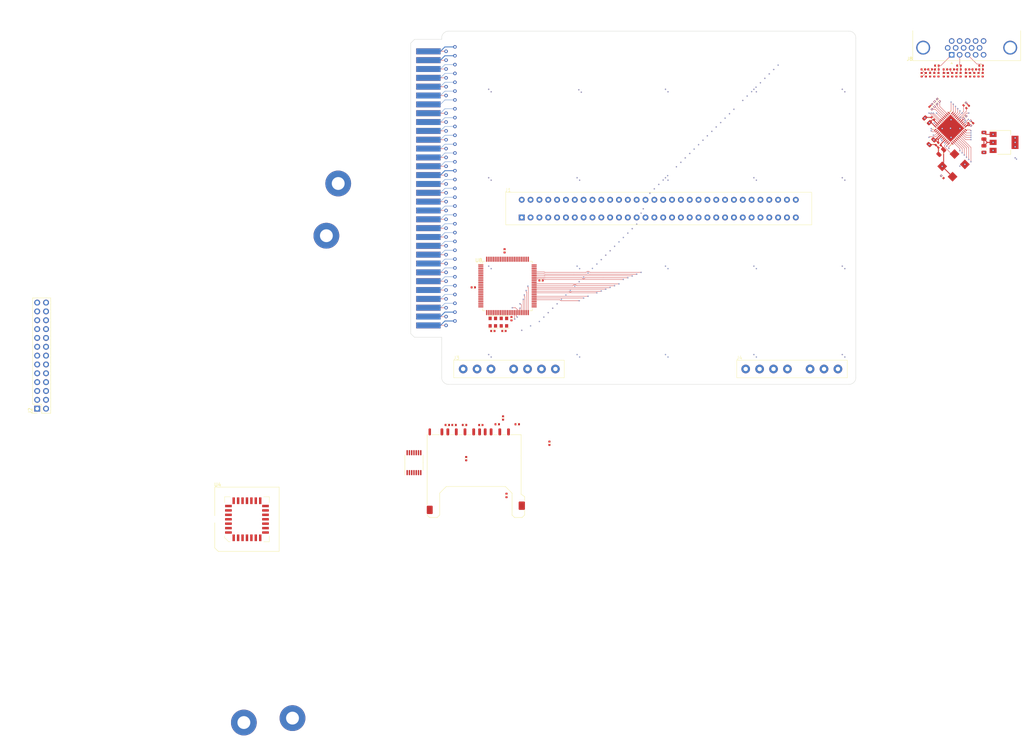
<source format=kicad_pcb>
(kicad_pcb (version 20221018) (generator pcbnew)
  (layers (0 "F.Cu" signal "F.Cu (SMD)") (1 "In1.Cu" power "In1.Cu (GND)") (2 "In2.Cu" signal "In2.Cu (E-W)") (3 "In3.Cu" signal "In3.Cu (N-S)") (4 "In4.Cu" power "In4.Cu (Power)") (31 "B.Cu" signal "B.Cu (Misc)") (34 "B.Paste" user) (35 "F.Paste" user) (36 "B.SilkS" user "B.Silkscreen") (37 "F.SilkS" user "F.Silkscreen") (38 "B.Mask" user) (39 "F.Mask" user) (44 "Edge.Cuts" user))
  (net 0 "")
  (net 1 "GND")
  (net 2 "+3.3V")
  (net 3 "/A1")
  (net 4 "/A3")
  (net 5 "/A5")
  (net 6 "/A7")
  (net 7 "/A9")
  (net 8 "/A11")
  (net 9 "/A13")
  (net 10 "/A15")
  (net 11 "/A17")
  (net 12 "/A19")
  (net 13 "/A21")
  (net 14 "/A23")
  (net 15 "/D1")
  (net 16 "/D3")
  (net 17 "/D5")
  (net 18 "/D7")
  (net 19 "/~{EXP}")
  (net 20 "/BE")
  (net 21 "/~{RAM}")
  (net 22 "/RUN")
  (net 23 "/~{IRQ}")
  (net 24 "/~{VIRQ}")
  (net 25 "/~{NMI}")
  (net 26 "/I2C_SCL")
  (net 27 "/I2C_SDA")
  (net 28 "/SNES_LATCH")
  (net 29 "/SNES_CLK")
  (net 30 "/PHI2")
  (net 31 "/~{RES}")
  (net 32 "/A0")
  (net 33 "/A2")
  (net 34 "/A4")
  (net 35 "/A6")
  (net 36 "/A8")
  (net 37 "/A10")
  (net 38 "/A12")
  (net 39 "/A14")
  (net 40 "/A16")
  (net 41 "/A18")
  (net 42 "/A20")
  (net 43 "/A22")
  (net 44 "/D0")
  (net 45 "/D2")
  (net 46 "/D4")
  (net 47 "/D6")
  (net 48 "/~{WR}")
  (net 49 "/~{RD}")
  (net 50 "/BA")
  (net 51 "/R{slash}~{W}")
  (net 53 "/SNES_DATA0")
  (net 54 "/SNES_DATA1")
  (net 55 "/SNES_DATA2")
  (net 56 "/SNES_DATA3")
  (net 57 "/TXD")
  (net 58 "/RXD")
  (net 59 "/CTS")
  (net 60 "/RTS")
  (net 61 "/~{I{slash}O}0")
  (net 62 "/~{SD_SS}")
  (net 63 "/BL1")
  (net 64 "/~{BOOT_SEL}")
  (net 65 "/FCLK")
  (net 66 "/CLK")
  (net 67 "/~{I{slash}O}1")
  (net 68 "/FPGA_SCK")
  (net 69 "/~{FLASH_SS}")
  (net 70 "/~{ROML}")
  (net 71 "/~{ROMH}")
  (net 72 "/CDONE")
  (net 73 "/FPGA_MOSI")
  (net 74 "/FPGA_MISO")
  (net 75 "/~{ROM}")
  (net 82 "/~{FPGA_SS}")
  (net 88 "unconnected-(J5-Pin_b32-Padb32)")
  (net 89 "unconnected-(J5-Pin_b31-Padb31)")
  (net 90 "+1V2")
  (net 91 "/~{FPGA_RES}")
  (net 92 "/BCK")
  (net 93 "/ADATA")
  (net 94 "/R0")
  (net 95 "/R1")
  (net 96 "/R2")
  (net 97 "/R3")
  (net 98 "/G0")
  (net 99 "/G2")
  (net 100 "/VSYNC")
  (net 101 "/HSYNC")
  (net 102 "/G3")
  (net 103 "/G1")
  (net 104 "/SYSCLK")
  (net 105 "/B2")
  (net 106 "/LRCK")
  (net 107 "/B0")
  (net 108 "/B1")
  (net 109 "/B3")
  (net 112 "Net-(J7-CD{slash}DAT3)")
  (net 113 "Net-(J7-CMD)")
  (net 114 "Net-(J7-CLK)")
  (net 115 "Net-(J7-DAT0)")
  (net 116 "Net-(J7-DAT1)")
  (net 117 "Net-(J7-DAT2)")
  (net 120 "/BLUE")
  (net 121 "/GREEN")
  (net 122 "/RED")
  (net 123 "Net-(R14-Pad2)")
  (net 124 "Net-(R15-Pad1)")
  (net 125 "Net-(R16-Pad1)")
  (net 126 "Net-(R23-Pad2)")
  (net 127 "Net-(R24-Pad1)")
  (net 128 "Net-(R25-Pad1)")
  (net 129 "Net-(R32-Pad2)")
  (net 130 "Net-(R33-Pad1)")
  (net 131 "Net-(R34-Pad1)")
  (footprint "Capacitor_SMD:C_0805_2012Metric" (layer "F.Cu") (at 168.651087 133.638067 -135)
    (fp_text reference "C17" hide)
    (fp_text value "4.7µF")
  )
  (footprint "Resistor_SMD:R_0402_1005Metric" (layer "F.Cu") (at 170.663319 114.25252 -90)
    (fp_text reference "R21" hide)
    (fp_text value "800Ω")
  )
  (footprint "Capacitor_SMD:C_0805_2012Metric" (layer "F.Cu") (at 167.389554 127.340762 135)
    (fp_text reference "C14" hide)
    (fp_text value "4.7µF")
  )
  (footprint "Capacitor_SMD:C_0402_1005Metric" (layer "F.Cu") (at 46.002808 164.839015 90)
    (fp_text reference "C1" hide)
    (fp_text value "100nF")
  )
  (footprint "Resistor_SMD:R_0402_1005Metric" (layer "F.Cu") (at 165.836498 114.25252 -90)
    (fp_text reference "R14" hide)
    (fp_text value "800Ω")
  )
  (footprint "Resistor_SMD:R_0402_1005Metric" (layer "F.Cu") (at 46.557013 235.112683 90)
    (fp_text reference "R10" hide)
    (fp_text value "47kΩ")
  )
  (footprint "Package_QFP:TQFP-100_14x14mm_P0.5mm" (layer "F.Cu") (at 46.839668 174.916702)
    (fp_text reference "U8")
    (fp_text value "W65C265S8QG-8")
  )
  (footprint "Capacitor_SMD:C_0402_1005Metric" (layer "F.Cu") (at 45.56466 212.864113 90)
    (fp_text reference "C24" hide)
    (fp_text value "100nF")
  )
  (footprint "Oscillator:Oscillator_SMD_EuroQuartz_XO32-4Pin_3.2x2.5mm" (layer "F.Cu") (at 45.81949 185.325716 180)
    (fp_text reference "X2" hide)
    (fp_text value "32.768KHz")
  )
  (footprint "MountingHole:MountingHole_3.7mm_Pad_TopBottom" (layer "F.Cu") (at -28.892466 300.355)
    (fp_text reference "H2" hide)
    (fp_text value "MountingHole_Pad")
  )
  (footprint "Capacitor_SMD:C_0402_1005Metric" (layer "F.Cu") (at 178.262728 126.474315 45)
    (fp_text reference "C18" hide)
    (fp_text value "100nF")
  )
  (footprint "Resistor_SMD:R_0402_1005Metric" (layer "F.Cu") (at 179.036832 123.495719 -135)
    (fp_text reference "R1" hide)
    (fp_text value "10kΩ")
  )
  (footprint "Resistor_SMD:R_0402_1005Metric" (layer "F.Cu") (at 29.555307 214.870665)
    (fp_text reference "R11" hide)
    (fp_text value "47kΩ")
  )
  (footprint "Resistor_SMD:R_0402_1005Metric" (layer "F.Cu") (at 169.907583 122.316998 135)
    (fp_text reference "R5" hide)
    (fp_text value "10kΩ")
  )
  (footprint "Resistor_SMD:R_0402_1005Metric" (layer "F.Cu") (at 168.249908 114.25252 -90)
    (fp_text reference "R19" hide)
    (fp_text value "800Ω")
  )
  (footprint "Connector_Card:SD_Kyocera_145638009211859+" (layer "F.Cu") (at 37.752478 229.354114)
    (fp_text reference "J7" hide)
    (fp_text value "SD_Card")
  )
  (footprint "Capacitor_SMD:C_0402_1005Metric" (layer "F.Cu") (at 34.974705 224.543256 -90)
    (fp_text reference "C3" hide)
    (fp_text value "100nF")
  )
  (footprint "Connector:SNES Controller Port (Female, 90º, THT)" (layer "F.Cu") (at 45.369594 198.785533 180)
    (fp_text reference "J3")
    (fp_text value "Controller 1")
  )
  (footprint "Capacitor_SMD:C_0402_1005Metric" (layer "F.Cu") (at 170.97124 134.845726 -135)
    (fp_text reference "C12" hide)
    (fp_text value "100nF")
  )
  (footprint "Capacitor_SMD:C_0402_1005Metric" (layer "F.Cu") (at 170.272671 134.142423 -135)
    (fp_text reference "C19" hide)
    (fp_text value "100nF")
  )
  (footprint "Resistor_SMD:R_0402_1005Metric" (layer "F.Cu") (at 174.599908 112.715573 180)
    (fp_text reference "R25" hide)
    (fp_text value "400Ω")
  )
  (footprint "Resistor_SMD:R_0402_1005Metric" (layer "F.Cu") (at 183.363319 114.25252 -90)
    (fp_text reference "R39" hide)
    (fp_text value "800Ω")
  )
  (footprint "Resistor_SMD:R_0402_1005Metric" (layer "F.Cu") (at 178.996498 112.715573 180)
    (fp_text reference "R33" hide)
    (fp_text value "400Ω")
  )
  (footprint "Resistor_SMD:R_0402_1005Metric" (layer "F.Cu") (at 178.536498 114.25252 90)
    (fp_text reference "R32" hide)
    (fp_text value "800Ω")
  )
  (footprint "Resistor_SMD:R_0402_1005Metric" (layer "F.Cu") (at 175.806613 114.25252 -90)
    (fp_text reference "R29" hide)
    (fp_text value "800Ω")
  )
  (footprint "Capacitor_SMD:C_0805_2012Metric" (layer "F.Cu") (at 171.472743 136.464457 -135)
    (fp_text reference "C13" hide)
    (fp_text value "4.7µF")
  )
  (footprint "Resistor_SMD:R_0402_1005Metric" (layer "F.Cu") (at 49.644021 214.659112 180)
    (fp_text reference "R7" hide)
    (fp_text value "47kΩ")
  )
  (footprint "Package_TO_SOT_SMD:SOT-223-3_TabPin2" (layer "F.Cu") (at 189.500576 133.68125)
    (fp_text reference "U5" hide)
    (fp_text value "AP7361C-12E")
  )
  (footprint "Resistor_SMD:R_0402_1005Metric" (layer "F.Cu") (at 43.894659 214.659112)
    (fp_text reference "R12" hide)
    (fp_text value "47kΩ")
  )
  (footprint "Oscillator:Oscillator_SMD_EuroQuartz_XO32-4Pin_3.2x2.5mm" (layer "F.Cu") (at 42.631352 185.325716 180)
    (fp_text reference "X3" hide)
    (fp_text value "ASE-8.000MHZ-E-T\n")
  )
  (footprint "MountingHole:MountingHole_3.7mm_Pad_TopBottom" (layer "F.Cu") (at -5.189636 160.491969)
    (fp_text reference "H1" hide)
    (fp_text value "MountingHole_Pad")
  )
  (footprint "Capacitor_SMD:C_0402_1005Metric" (layer "F.Cu") (at 42.641352 187.862138)
    (fp_text reference "C22" hide)
    (fp_text value "100nF")
  )
  (footprint "Resistor_SMD:R_0402_1005Metric" (layer "F.Cu") (at 170.645827 121.578754 -45)
    (fp_text reference "R3" hide)
    (fp_text value "10kΩ")
  )
  (footprint "Resistor_SMD:R_0402_1005Metric" (layer "F.Cu") (at 172.646498 112.715573 180)
    (fp_text reference "R24" hide)
    (fp_text value "400Ω")
  )
  (footprint "Capacitor_SMD:C_0402_1005Metric" (layer "F.Cu") (at 37.014241 175.335546 180)
    (fp_text reference "C4" hide)
    (fp_text value "100nF")
  )
  (footprint "Resistor_SMD:R_0402_1005Metric" (layer "F.Cu") (at 180.949908 112.715573 180)
    (fp_text reference "R34" hide)
    (fp_text value "400Ω")
  )
  (footprint "Capacitor_SMD:C_0402_1005Metric" (layer "F.Cu") (at 180.303004 128.519548 45)
    (fp_text reference "C10" hide)
    (fp_text value "100nF")
  )
  (footprint "Resistor_SMD:R_0402_1005Metric" (layer "F.Cu") (at 169.456613 114.25252 -90)
    (fp_text reference "R20" hide)
    (fp_text value "800Ω")
  )
  (footprint "Resistor_SMD:R_0402_1005Metric" (layer "F.Cu") (at 177.013319 114.25252 -90)
    (fp_text reference "R30" hide)
    (fp_text value "800Ω")
  )
  (footprint "Resistor_SMD:R_0402_1005Metric" (layer "F.Cu") (at 172.186498 114.25252 90)
    (fp_text reference "R23" hide)
    (fp_text value "800Ω")
  )
  (footprint "Capacitor_SMD:C_0402_1005Metric" (layer "F.Cu") (at 169.011138 126.836407 135)
    (fp_text reference "C11" hide)
    (fp_text value "100nF")
  )
  (footprint "Resistor_SMD:R_0402_1005Metric" (layer "F.Cu") (at 167.043203 114.25252 -90)
    (fp_text reference "R18" hide)
    (fp_text value "800Ω")
  )
  (footprint "Capacitor_SMD:C_0402_1005Metric" (layer "F.Cu") (at 58.887481 220.1172 -90)
    (fp_text reference "C7" hide)
    (fp_text value "100nF")
  )
  (footprint "Capacitor_SMD:C_0402_1005Metric" (layer "F.Cu") (at 39.184857 214.880665)
    (fp_text reference "C23" hide)
    (fp_text value "4.7µF")
  )
  (footprint "Package_SO:TSSOP-14_4.4x5mm_P0.65mm" (layer "F.Cu") (at 19.974619 225.693307 90)
    (fp_text reference "U7" hide)
    (fp_text value "74CBTLV3126PW,118")
  )
  (footprint "Connector:Conn_Edge_2x32p_THT_2.54mm_5.08mm" (layer "F.Cu") (at 90.176672 152.709367)
    (fp_text reference "J1")
    (fp_text value "2x32 2.54mm Card Edge Connector")
  )
  (footprint "Resistor_SMD:R_0402_1005Metric" (layer "F.Cu") (at 168.247547 112.715573 180)
    (fp_text reference "R16" hide)
    (fp_text value "400Ω")
  )
  (footprint "Resistor_SMD:R_0402_1005Metric" (layer "F.Cu") (at 176.553319 111.632933 180)
    (fp_text reference "R22" hide)
    (fp_text value "200Ω")
  )
  (footprint "Capacitor_SMD:C_0402_1005Metric" (layer "F.Cu") (at 45.82949 187.862138 180)
    (fp_text reference "C21" hide)
    (fp_text value "100nF")
  )
  (footprint "Resistor_SMD:R_0402_1005Metric" (layer "F.Cu") (at 168.431096 123.793485 -45)
    (fp_text reference "R4" hide)
    (fp_text value "10kΩ")
  )
  (footprint "Connector_PinSocket_2.54mm:PinSocket_2x13_P2.54mm_Vertical" (layer "F.Cu") (at -88.265379 210.182682 180)
    (fp_text reference "J2")
    (fp_text value "Conn_02x13_Counter_Clockwise")
  )
  (footprint "Capacitor_SMD:C_0402_1005Metric" (layer "F.Cu") (at 56.489061 173.340407)
    (fp_text reference "C5" hide)
    (fp_text value "100nF")
  )
  (footprint "Resistor_SMD:R_0402_1005Metric" (layer "F.Cu") (at 182.903319 112.715573 180)
    (fp_text reference "R35" hide)
    (fp_text value "400Ω")
  )
  (footprint "Resistor_SMD:R_0402_1005Metric" (layer "F.Cu") (at 182.156613 114.25252 -90)
    (fp_text reference "R38" hide)
    (fp_text value "800Ω")
  )
  (footprint "Resistor_SMD:R_0402_1005Metric" (layer "F.Cu") (at 178.224121 122.683008 -135)
    (fp_text reference "R2" hide)
    (fp_text value "10kΩ")
  )
  (footprint "Resistor_SMD:R_0402_1005Metric" (layer "F.Cu") (at 182.903319 111.632933 180)
    (fp_text reference "R31" hide)
    (fp_text value "200Ω")
  )
  (footprint "Connector:Conn_Edge_2x32_THT_2.54mm_Male" (layer "F.Cu") (at 24.121672 148.161867 90)
    (fp_text reference "J5" hide)
    (fp_text value "2x32 2.54mm Card Edge Connector")
    (fp_line (start -41.520319 3.81) (end -41.91 3.81) (stroke (width 0.1)) (layer "Edge.Cuts"))
    (fp_line (start -41.51758 -4.014303) (end -41.520319 3.81) (stroke (width 0.1)) (layer "Edge.Cuts"))
    (fp_line (start -40.46 -5.08) (end -41.51758 -4.014303) (stroke (width 0.1)) (layer "Edge.Cuts"))
    (fp_line (start -40.46 -5.08) (end 43 -5.08) (stroke (width 0.1)) (layer "Edge.Cuts"))
    (fp_line (start 43 -5.08) (end 44.05758 -4.014303) (stroke (width 0.1)) (layer "Edge.Cuts"))
    (fp_line (start 44.054841 3.81) (end 44.05758 -4.014303) (stroke (width 0.1)) (layer "Edge.Cuts"))
    (fp_line (start 44.054841 3.81) (end 44.45 3.81) (stroke (width 0.1)) (layer "Edge.Cuts"))
  )
  (footprint "Package_DFN_QFN:QFN-48-1EP_7x7mm_P0.5mm_EP5.6x5.6mm" (layer "F.Cu") (at 174.113747 129.62194 -135)
    (fp_text reference "U6" hide)
    (fp_text value "ICE40UP5K-SG48ITR")
  )
  (footprint "Resistor_SMD:R_0402_1005Metric" (layer "F.Cu") (at 34.497541 214.870664)
    (fp_text reference "R9" hide)
    (fp_text value "47kΩ")
  )
  (footprint "Connector_Dsub:DSUB-15-HD_Female_Horizontal_P2.29x1.98mm_EdgePinOffset3.03mm_Housed_MountingHolesOffset4.94mm" (layer "F.Cu") (at 174.453249 108.515769 180)
    (fp_text reference "J8")
    (fp_text value "SVGA Connector")
  )
  (footprint "Oscillator:Oscillator_SMD_EuroQuartz_XO91-4Pin_7.0x5.0mm" (layer "F.Cu") (at 174.986243 140.284175 45)
    (fp_text reference "X1" hide)
    (fp_text value "25MHz")
  )
  (footprint "Resistor_SMD:R_0402_1005Metric" (layer "F.Cu") (at 170.203319 111.632933 180)
    (fp_text reference "R13" hide)
    (fp_text value "200Ω")
  )
  (footprint "Resistor_SMD:R_0402_1005Metric" (layer "F.Cu") (at 31.491125 214.870665)
    (fp_text reference "R8" hide)
    (fp_text value "47kΩ")
  )
  (footprint "Capacitor_SMD:C_0402_1005Metric" (layer "F.Cu") (at 179.595284 127.811828 45)
    (fp_text reference "C9" hide)
    (fp_text value "100nF")
  )
  (footprint "MountingHole:MountingHole_3.7mm_Pad_TopBottom" (layer "F.Cu") (at -14.922466 299.085)
    (fp_text reference "H4" hide)
    (fp_text value "MountingHole_Pad")
  )
  (footprint "Capacitor_SMD:C_0402_1005Metric" (layer "F.Cu") (at 171.777038 143.612199 135)
    (fp_text reference "C20" hide)
    (fp_text value "100nF")
  )
  (footprint "Connector:SNES Controller Port (Female, 90º, THT)" (layer "F.Cu") (at 130.511905 198.785533)
    (fp_text reference "J4")
    (fp_text value "Controller 2")
  )
  (footprint "Capacitor_SMD:C_0805_2012Metric" (layer "F.Cu") (at 183.718825 131.78125 -90)
    (fp_text reference "C15" hide)
    (fp_text value "4.7µF")
  )
  (footprint "Resistor_SMD:R_0402_1005Metric" (layer "F.Cu") (at 174.599908 114.25252 -90)
    (fp_text reference "R28" hide)
    (fp_text value "800Ω")
  )
  (footprint "MountingHole:MountingHole_3.7mm_Pad_TopBottom" (layer "F.Cu") (at -1.789636 145.491969)
    (fp_text reference "H3" hide)
    (fp_text value "MountingHole_Pad")
  )
  (footprint "Capacitor_SMD:C_0805_2012Metric" (layer "F.Cu") (at 183.718825 135.610267 90)
    (fp_text reference "C16" hide)
    (fp_text value "4.7µF")
  )
  (footprint "Resistor_SMD:R_0402_1005Metric" (layer "F.Cu") (at 169.16934 123.055241 -45)
    (fp_text reference "R6" hide)
    (fp_text value "10kΩ")
  )
  (footprint "Resistor_SMD:R_0402_1005Metric" (layer "F.Cu") (at 173.393203 114.25252 -90)
    (fp_text reference "R27" hide)
    (fp_text value "800Ω")
  )
  (footprint "Package_LCC:PLCC-28_SMD-Socket" (layer "F.Cu") (at -28.004032 241.95484 90)
    (fp_text reference "U4")
    (fp_text value "ATF22LV10C-10JU")
  )
  (footprint "Capacitor_SMD:C_0402_1005Metric" (layer "F.Cu") (at 47.987192 184.335716 -90)
    (fp_text reference "C2" hide)
    (fp_text value "100nF")
  )
  (footprint "Resistor_SMD:R_0402_1005Metric" (layer "F.Cu") (at 180.949908 114.25252 -90)
    (fp_text reference "R37" hide)
    (fp_text value "800Ω")
  )
  (footprint "Resistor_SMD:R_0402_1005Metric" (layer "F.Cu") (at 176.553319 112.715573 180)
    (fp_text reference "R26" hide)
    (fp_text value "400Ω")
  )
  (footprint "Resistor_SMD:R_0402_1005Metric" (layer "F.Cu") (at 179.743203 114.25252 -90)
    (fp_text reference "R36" hide)
    (fp_text value "800Ω")
  )
  (footprint "Resistor_SMD:R_0402_1005Metric" (layer "F.Cu") (at 166.296498 112.715573 180)
    (fp_text reference "R15" hide)
    (fp_text value "400Ω")
  )
  (footprint "Resistor_SMD:R_0402_1005Metric" (layer "F.Cu") (at 170.203319 112.715573 180)
    (fp_text reference "R17" hide)
    (fp_text value "400Ω")
  )
  (gr_arc (start 144.931672 101.711867) (mid 146.345886 102.297653) (end 146.931672 103.711867) (stroke (width 0.1)) (layer "Edge.Cuts"))
  (gr_line (start 29.931672 101.711867) (end 144.931672 101.711867) (stroke (width 0.1)) (layer "Edge.Cuts"))
  (gr_line (start 27.931672 195.571867) (end 27.931672 198.711867) (stroke (width 0.1)) (layer "Edge.Cuts"))
  (gr_arc (start 146.931672 201.211867) (mid 146.345886 202.626081) (end 144.931672 203.211867) (stroke (width 0.1)) (layer "Edge.Cuts"))
  (gr_arc (start 29.931672 203.211867) (mid 28.517458 202.626081) (end 27.931672 201.211867) (stroke (width 0.1)) (layer "Edge.Cuts"))
  (gr_line (start 29.931672 203.211867) (end 144.931672 203.211867) (stroke (width 0.1)) (layer "Edge.Cuts"))
  (gr_line (start 27.931672 195.571867) (end 27.931672 190.071867) (stroke (width 0.1)) (layer "Edge.Cuts"))
  (gr_line (start 146.931672 201.211867) (end 146.931672 103.711867) (stroke (width 0.1)) (layer "Edge.Cuts"))
  (gr_line (start 27.931672 198.711867) (end 27.931672 201.211867) (stroke (width 0.1)) (layer "Edge.Cuts"))
  (gr_arc (start 27.931672 103.711867) (mid 28.517458 102.297653) (end 29.931672 101.711867) (stroke (width 0.1)) (layer "Edge.Cuts"))
  (segment (start 169.761244 134.309818) (end 169.93326 134.481834) (width 0.25) (layer "F.Cu") (net 1))
  (segment (start 170.631829 136.967045) (end 170.800992 137.136208) (width 0.25) (layer "F.Cu") (net 1))
  (segment (start 183.718825 134.660267) (end 184.697842 133.68125) (width 0.25) (layer "F.Cu") (net 1))
  (segment (start 167.979336 134.309818) (end 169.761244 134.309818) (width 0.25) (layer "F.Cu") (net 1))
  (segment (start 169.93326 134.481834) (end 169.93326 134.486568) (width 0.25) (layer "F.Cu") (net 1))
  (segment (start 169.93326 134.486568) (end 170.631829 135.185137) (width 0.25) (layer "F.Cu") (net 1))
  (segment (start 184.697842 133.68125) (end 186.350576 133.68125) (width 0.25) (layer "F.Cu") (net 1))
  (segment (start 179.934695 127.472417) (end 180.642415 128.180137) (width 0.25) (layer "F.Cu") (net 1))
  (segment (start 168.671727 126.496996) (end 166.889818 126.496996) (width 0.25) (layer "F.Cu") (net 1))
  (segment (start 183.718825 132.73125) (end 184.668825 133.68125) (width 0.25) (layer "F.Cu") (net 1))
  (segment (start 184.668825 133.68125) (end 186.350576 133.68125) (width 0.25) (layer "F.Cu") (net 1))
  (segment (start 170.631829 135.185137) (end 170.631829 136.967045) (width 0.25) (layer "F.Cu") (net 1))
  (segment (start 183.718825 134.660267) (end 183.718825 132.73125) (width 0.25) (layer "F.Cu") (net 1))
  (segment (start 166.889818 126.496996) (end 166.717803 126.669011) (width 0.25) (layer "F.Cu") (net 1))
  (via (at 166.717803 126.669011) (size 0.45) (drill 0.3) (layers "F.Cu" "B.Cu") (net 1))
  (via locked (at 67.555071 169.942766) (size 0.35) (drill 0.2) (layers "F.Cu" "B.Cu") (net 1))
  (via locked (at 92.955071 119.142766) (size 0.35) (drill 0.2) (layers "F.Cu" "B.Cu") (net 1))
  (via (at 192.691079 133.675769) (size 0.45) (drill 0.3) (layers "F.Cu" "B.Cu") (net 1))
  (via locked (at 118.355071 119.142766) (size 0.35) (drill 0.2) (layers "F.Cu" "B.Cu") (net 1))
  (via (at 192.691079 132.405769) (size 0.45) (drill 0.3) (layers "F.Cu" "B.Cu") (net 1))
  (via locked (at 67.555071 144.542766) (size 0.35) (drill 0.2) (layers "F.Cu" "B.Cu") (net 1))
  (via (at 193.069122 138.490091) (size 0.35) (drill 0.2) (layers "F.Cu" "B.Cu") (net 1))
  (via (at 167.979336 134.309818) (size 0.45) (drill 0.3) (layers "F.Cu" "B.Cu") (net 1))
  (via (at 176.815968 129.70484) (size 0.45) (drill 0.3) (layers "F.Cu" "B.Cu") (net 1))
  (via (at 178.238934 140.001332) (size 0.45) (drill 0.3) (layers "F.Cu" "B.Cu") (net 1))
  (via locked (at 67.555071 195.342766) (size 0.35) (drill 0.2) (layers "F.Cu" "B.Cu") (net 1))
  (via locked (at 42.155071 144.542766) (size 0.35) (drill 0.2) (layers "F.Cu" "B.Cu") (net 1))
  (via locked (at 143.755071 119.142766) (size 0.35) (drill 0.2) (layers "F.Cu" "B.Cu") (net 1))
  (via (at 179.934695 127.472417) (size 0.45) (drill 0.3) (layers "F.Cu" "B.Cu") (net 1))
  (via locked (at 143.755071 144.542766) (size 0.35) (drill 0.2) (layers "F.Cu" "B.Cu") (net 1))
  (via locked (at 92.955071 195.342766) (size 0.35) (drill 0.2) (layers "F.Cu" "B.Cu") (net 1))
  (via locked (at 143.755071 195.342766) (size 0.35) (drill 0.2) (layers "F.Cu" "B.Cu") (net 1))
  (via locked (at 42.155071 169.942766) (size 0.35) (drill 0.2) (layers "F.Cu" "B.Cu") (net 1))
  (via locked (at 92.955071 169.942766) (size 0.35) (drill 0.2) (layers "F.Cu" "B.Cu") (net 1))
  (via locked (at 143.755071 169.942766) (size 0.35) (drill 0.2) (layers "F.Cu" "B.Cu") (net 1))
  (via locked (at 92.955071 144.542766) (size 0.35) (drill 0.2) (layers "F.Cu" "B.Cu") (net 1))
  (via locked (at 118.355071 144.542766) (size 0.35) (drill 0.2) (layers "F.Cu" "B.Cu") (net 1))
  (via locked (at 68.055071 119.267766) (size 0.35) (drill 0.2) (layers "F.Cu" "B.Cu") (net 1))
  (via (at 171.437627 143.272788) (size 0.45) (drill 0.3) (layers "F.Cu" "B.Cu") (net 1))
  (via (at 192.691079 134.945769) (size 0.45) (drill 0.3) (layers "F.Cu" "B.Cu") (net 1))
  (via (at 174.113747 129.62194) (size 0.45) (drill 0.3) (layers "F.Cu" "B.Cu") (net 1))
  (via locked (at 42.155071 119.142766) (size 0.35) (drill 0.2) (layers "F.Cu" "B.Cu") (net 1))
  (via (at 178.602139 126.134904) (size 0.45) (drill 0.3) (layers "F.Cu" "B.Cu") (net 1))
  (via (at 174.275968 132.24484) (size 0.45) (drill 0.3) (layers "F.Cu" "B.Cu") (net 1))
  (via locked (at 118.355071 195.342766) (size 0.35) (drill 0.2) (layers "F.Cu" "B.Cu") (net 1))
  (via locked (at 118.355071 169.942766) (size 0.35) (drill 0.2) (layers "F.Cu" "B.Cu") (net 1))
  (via (at 169.546959 121.956374) (size 0.45) (drill 0.3) (layers "F.Cu" "B.Cu") (net 1))
  (via (at 186.350576 133.68125) (size 0.45) (drill 0.3) (layers "F.Cu" "B.Cu") (net 1))
  (via locked (at 42.155071 195.342766) (size 0.35) (drill 0.2) (layers "F.Cu" "B.Cu") (net 1))
  (via (at 174.275968 127.16484) (size 0.45) (drill 0.3) (layers "F.Cu" "B.Cu") (net 1))
  (via (at 171.735968 129.70484) (size 0.45) (drill 0.3) (layers "F.Cu" "B.Cu") (net 1))
  (segment (start 28.851672 184.991867) (end 27.581672 186.261867) (width 0.25) (layer "B.Cu") (net 1))
  (segment (start 27.581672 186.261867) (end 24.121672 186.261867) (width 0.25) (layer "B.Cu") (net 1))
  (segment (start 31.741672 141.811867) (end 28.851672 141.811867) (width 0.25) (layer "B.Cu") (net 1))
  (segment (start 31.741672 184.991867) (end 28.851672 184.991867) (width 0.25) (layer "B.Cu") (net 1))
  (segment (start 27.581672 107.521867) (end 24.121672 107.521867) (width 0.25) (layer "B.Cu") (net 1))
  (segment (start 27.581672 143.081867) (end 24.121672 143.081867) (width 0.25) (layer "B.Cu") (net 1))
  (segment (start 28.851672 106.251867) (end 27.581672 107.521867) (width 0.25) (layer "B.Cu") (net 1))
  (segment (start 31.741672 106.251867) (end 28.851672 106.251867) (width 0.25) (layer "B.Cu") (net 1))
  (segment (start 28.851672 141.811867) (end 27.581672 143.081867) (width 0.25) (layer "B.Cu") (net 1))
  (segment (start 168.808716 122.694617) (end 168.070472 123.432861) (width 0.25) (layer "F.Cu") (net 2))
  (segment (start 168.615233 128.012513) (end 169.738524 129.135804) (width 0.25) (layer "F.Cu") (net 2))
  (segment (start 172.144494 135.340158) (end 171.310651 134.506315) (width 0.25) (layer "F.Cu") (net 2))
  (segment (start 172.144494 135.792706) (end 172.144494 135.340158) (width 0.25) (layer "F.Cu") (net 2))
  (segment (start 168.061305 128.012513) (end 168.615233 128.012513) (width 0.25) (layer "F.Cu") (net 2))
  (segment (start 183.718825 130.83125) (end 184.268825 131.38125) (width 0.25) (layer "F.Cu") (net 2))
  (segment (start 168.898 127.175818) (end 169.350549 127.175818) (width 0.25) (layer "F.Cu") (net 2))
  (segment (start 184.268825 131.38125) (end 186.350576 131.38125) (width 0.25) (layer "F.Cu") (net 2))
  (segment (start 171.733552 140.567018) (end 172.144494 140.156076) (width 0.25) (layer "F.Cu") (net 2))
  (segment (start 171.310651 134.506315) (end 171.310651 134.192803) (width 0.25) (layer "F.Cu") (net 2))
  (segment (start 171.310651 134.192803) (end 172.566951 132.936503) (width 0.25) (layer "F.Cu") (net 2))
  (segment (start 169.350549 127.175818) (end 169.350549 127.333615) (width 0.25) (layer "F.Cu") (net 2))
  (segment (start 179.255028 128.858959) (end 178.765815 128.858959) (width 0.25) (layer "F.Cu") (net 2))
  (segment (start 172.144494 140.156076) (end 172.144494 135.792706) (width 0.25) (layer "F.Cu") (net 2))
  (segment (start 178.584745 122.322384) (end 179.397456 123.135095) (width 0.25) (layer "F.Cu") (net 2))
  (segment (start 178.765815 128.858959) (end 178.48897 129.135804) (width 0.25) (layer "F.Cu") (net 2))
  (segment (start 179.255873 128.151239) (end 179.255873 128.177352) (width 0.25) (layer "F.Cu") (net 2))
  (segment (start 179.255873 128.177352) (end 179.96425 128.885729) (width 0.25) (layer "F.Cu") (net 2))
  (segment (start 179.255873 128.368901) (end 178.48897 129.135804) (width 0.25) (layer "F.Cu") (net 2))
  (segment (start 179.963593 128.858959) (end 179.308568 128.858959) (width 0.25) (layer "F.Cu") (net 2))
  (segment (start 179.308568 128.858959) (end 179.281798 128.885729) (width 0.25) (layer "F.Cu") (net 2))
  (segment (start 168.061305 128.012513) (end 168.898 127.175818) (width 0.25) (layer "F.Cu") (net 2))
  (segment (start 179.281798 128.885729) (end 179.255028 128.858959) (width 0.25) (layer "F.Cu") (net 2))
  (segment (start 171.733552 140.567018) (end 174.7034 143.536866) (width 0.25) (layer "F.Cu") (net 2))
  (segment (start 179.255873 128.151239) (end 179.255873 128.368901) (width 0.25) (layer "F.Cu") (net 2))
  (segment (start 169.350549 127.333615) (end 170.445631 128.428697) (width 0.25) (layer "F.Cu") (net 2))
  (via locked (at 117.633249 169.235769) (size 0.35) (drill 0.2) (layers "F.Cu" "B.Cu") (net 2))
  (via (at 186.350576 131.38125) (size 0.45) (drill 0.3) (layers "F.Cu" "B.Cu") (net 2))
  (via (at 171.733552 140.567018) (size 0.45) (drill 0.3) (layers "F.Cu" "B.Cu") (net 2))
  (via (at 183.718825 130.83125) (size 0.45) (drill 0.3) (layers "F.Cu" "B.Cu") (net 2))
  (via locked (at 41.433249 143.835769) (size 0.35) (drill 0.2) (layers "F.Cu" "B.Cu") (net 2))
  (via locked (at 143.033249 118.435769) (size 0.35) (drill 0.2) (layers "F.Cu" "B.Cu") (net 2))
  (via (at 178.584745 122.322384) (size 0.45) (drill 0.3) (layers "F.Cu" "B.Cu") (net 2))
  (via locked (at 92.233249 143.835769) (size 0.35) (drill 0.2) (layers "F.Cu" "B.Cu") (net 2))
  (via locked (at 117.633249 143.835769) (size 0.35) (drill 0.2) (layers "F.Cu" "B.Cu") (net 2))
  (via (at 179.96425 128.885729) (size 0.45) (drill 0.3) (layers "F.Cu" "B.Cu") (net 2))
  (via (at 192.691079 138.120769) (size 0.35) (drill 0.2) (layers "F.Cu" "B.Cu") (net 2))
  (via locked (at 41.433249 118.435769) (size 0.35) (drill 0.2) (layers "F.Cu" "B.Cu") (net 2))
  (via (at 170.285203 121.21813) (size 0.45) (drill 0.3) (layers "F.Cu" "B.Cu") (net 2))
  (via locked (at 66.833249 169.235769) (size 0.35) (drill 0.2) (layers "F.Cu" "B.Cu") (net 2))
  (via locked (at 92.233249 169.235769) (size 0.35) (drill 0.2) (layers "F.Cu" "B.Cu") (net 2))
  (via locked (at 143.033249 143.835769) (size 0.35) (drill 0.2) (layers "F.Cu" "B.Cu") (net 2))
  (via locked (at 143.033249 194.635769) (size 0.35) (drill 0.2) (layers "F.Cu" "B.Cu") (net 2))
  (via locked (at 66.833249 143.835769) (size 0.35) (drill 0.2) (layers "F.Cu" "B.Cu") (net 2))
  (via locked (at 92.233249 194.635769) (size 0.35) (drill 0.2) (layers "F.Cu" "B.Cu") (net 2))
  (via locked (at 143.033249 169.235769) (size 0.35) (drill 0.2) (layers "F.Cu" "B.Cu") (net 2))
  (via locked (at 41.433249 194.635769) (size 0.35) (drill 0.2) (layers "F.Cu" "B.Cu") (net 2))
  (via (at 168.808716 122.694617) (size 0.45) (drill 0.3) (layers "F.Cu" "B.Cu") (net 2))
  (via locked (at 117.633249 194.635769) (size 0.35) (drill 0.2) (layers "F.Cu" "B.Cu") (net 2))
  (via locked (at 117.633249 118.435769) (size 0.35) (drill 0.2) (layers "F.Cu" "B.Cu") (net 2))
  (via locked (at 66.833249 194.635769) (size 0.35) (drill 0.2) (layers "F.Cu" "B.Cu") (net 2))
  (via locked (at 67.333249 118.560769) (size 0.35) (drill 0.2) (layers "F.Cu" "B.Cu") (net 2))
  (via locked (at 41.433249 169.235769) (size 0.35) (drill 0.2) (layers "F.Cu" "B.Cu") (net 2))
  (via locked (at 92.233249 118.435769) (size 0.35) (drill 0.2) (layers "F.Cu" "B.Cu") (net 2))
  (via (at 168.061305 128.012513) (size 0.45) (drill 0.3) (layers "F.Cu" "B.Cu") (net 2))
  (segment (start 27.581672 183.721867) (end 24.121672 183.721867) (width 0.25) (layer "B.Cu") (net 2))
  (segment (start 31.741672 108.791867) (end 28.851672 108.791867) (width 0.25) (layer "B.Cu") (net 2))
  (segment (start 31.741672 182.451867) (end 28.851672 182.451867) (width 0.25) (layer "B.Cu") (net 2))
  (segment (start 28.851672 108.791867) (end 27.581672 110.061867) (width 0.25) (layer "B.Cu") (net 2))
  (segment (start 28.851672 182.451867) (end 27.581672 183.721867) (width 0.25) (layer "B.Cu") (net 2))
  (segment (start 27.581672 110.061867) (end 24.121672 110.061867) (width 0.25) (layer "B.Cu") (net 2))
  (segment (start 49.654547 183.870676) (end 49.649331 183.86546) (width 0.1) (layer "F.Cu") (net 3))
  (segment (start 49.339668 183.555797) (end 49.649331 183.86546) (width 0.1) (layer "F.Cu") (net 3))
  (segment (start 179.990968 135.145608) (end 179.990968 139.22984) (width 0.1) (layer "F.Cu") (net 3))
  (segment (start 49.649331 183.86546) (end 49.649331 183.870676) (width 0.1) (layer "F.Cu") (net 3))
  (segment (start 49.649331 183.870676) (end 49.654547 183.870676) (width 0.1) (layer "F.Cu") (net 3))
  (segment (start 176.721203 131.875843) (end 179.990968 135.145608) (width 0.1) (layer "F.Cu") (net 3))
  (segment (start 49.339668 182.579202) (end 49.339668 183.555797) (width 0.1) (layer "F.Cu") (net 3))
  (via (at 179.990968 139.22984) (size 0.35) (drill 0.2) (layers "F.Cu" "B.Cu") (net 3))
  (via (at 57.281672 183.866867) (size 0.35) (drill 0.2) (layers "F.Cu" "B.Cu") (net 3))
  (via (at 49.649331 183.870676) (size 0.35) (drill 0.2) (layers "F.Cu" "B.Cu") (net 3))
  (segment (start 28.851672 179.911867) (end 27.581672 181.181867) (width 0.1) (layer "B.Cu") (net 3))
  (segment (start 27.581672 181.181867) (end 24.121672 181.181867) (width 0.1) (layer "B.Cu") (net 3))
  (segment (start 31.741672 179.911867) (end 28.851672 179.911867) (width 0.1) (layer "B.Cu") (net 3))
  (segment (start 50.339668 181.406336) (end 50.416237 181.329767) (width 0.1) (layer "F.Cu") (net 4))
  (segment (start 179.355968 135.217714) (end 179.355968 138.59484) (width 0.1) (layer "F.Cu") (net 4))
  (segment (start 176.36765 132.229396) (end 179.355968 135.217714) (width 0.1) (layer "F.Cu") (net 4))
  (segment (start 50.339668 182.579202) (end 50.339668 181.406336) (width 0.1) (layer "F.Cu") (net 4))
  (via (at 50.426356 181.301942) (size 0.35) (drill 0.2) (layers "F.Cu" "B.Cu") (net 4))
  (via (at 59.821672 181.326867) (size 0.35) (drill 0.2) (layers "F.Cu" "B.Cu") (net 4))
  (via (at 179.355968 138.59484) (size 0.35) (drill 0.2) (layers "F.Cu" "B.Cu") (net 4))
  (segment (start 28.851672 177.371867) (end 27.581672 178.641867) (width 0.1) (layer "B.Cu") (net 4))
  (segment (start 27.581672 178.641867) (end 24.121672 178.641867) (width 0.1) (layer "B.Cu") (net 4))
  (segment (start 31.741672 177.371867) (end 28.851672 177.371867) (width 0.1) (layer "B.Cu") (net 4))
  (segment (start 51.339668 178.856262) (end 51.409956 178.785974) (width 0.1) (layer "F.Cu") (net 5))
  (segment (start 51.339668 179.321863) (end 51.339668 178.856262) (width 0.1) (layer "F.Cu") (net 5))
  (segment (start 51.339668 182.579202) (end 51.339668 179.321863) (width 0.1) (layer "F.Cu") (net 5))
  (via (at 51.409956 178.785974) (size 0.35) (drill 0.2) (layers "F.Cu" "B.Cu") (net 5))
  (via (at 62.361672 178.786867) (size 0.35) (drill 0.2) (layers "F.Cu" "B.Cu") (net 5))
  (segment (start 27.581672 176.101867) (end 24.121672 176.101867) (width 0.1) (layer "B.Cu") (net 5))
  (segment (start 28.851672 174.831867) (end 27.581672 176.101867) (width 0.1) (layer "B.Cu") (net 5))
  (segment (start 31.741672 174.831867) (end 28.851672 174.831867) (width 0.1) (layer "B.Cu") (net 5))
  (segment (start 52.201672 176.627867) (end 52.201672 176.248715) (width 0.1) (layer "F.Cu") (net 6))
  (segment (start 52.201672 176.248715) (end 52.209499 176.240888) (width 0.1) (layer "F.Cu") (net 6))
  (segment (start 52.339668 182.579202) (end 52.339668 176.765863) (width 0.1) (layer "F.Cu") (net 6))
  (segment (start 52.339668 176.765863) (end 52.201672 176.627867) (width 0.1) (layer "F.Cu") (net 6))
  (via (at 52.209499 176.240888) (size 0.35) (drill 0.2) (layers "F.Cu" "B.Cu") (net 6))
  (via (at 64.901672 176.246867) (size 0.35) (drill 0.2) (layers "F.Cu" "B.Cu") (net 6))
  (segment (start 27.581672 173.561867) (end 24.121672 173.561867) (width 0.1) (layer "B.Cu") (net 6))
  (segment (start 31.741672 172.291867) (end 28.851672 172.291867) (width 0.1) (layer "B.Cu") (net 6))
  (segment (start 28.851672 172.291867) (end 27.581672 173.561867) (width 0.1) (layer "B.Cu") (net 6))
  (segment (start 67.418672 179.190867) (end 67.441672 179.167867) (width 0.1) (layer "F.Cu") (net 7))
  (segment (start 54.502168 178.916702) (end 61.920164 178.916702) (width 0.1) (layer "F.Cu") (net 7))
  (segment (start 61.920164 178.916702) (end 62.194329 179.190867) (width 0.1) (layer "F.Cu") (net 7))
  (segment (start 62.194329 179.190867) (end 67.418672 179.190867) (width 0.1) (layer "F.Cu") (net 7))
  (via (at 67.441672 173.706867) (size 0.35) (drill 0.2) (layers "F.Cu" "B.Cu") (net 7))
  (via (at 67.441672 179.167867) (size 0.35) (drill 0.2) (layers "F.Cu" "B.Cu") (net 7))
  (segment (start 28.851672 169.751867) (end 27.581672 171.021867) (width 0.1) (layer "B.Cu") (net 7))
  (segment (start 31.741672 169.751867) (end 28.851672 169.751867) (width 0.1) (layer "B.Cu") (net 7))
  (segment (start 27.581672 171.021867) (end 24.121672 171.021867) (width 0.1) (layer "B.Cu") (net 7))
  (segment (start 54.502168 177.916702) (end 54.506333 177.920867) (width 0.1) (layer "F.Cu") (net 8))
  (segment (start 54.506333 177.920867) (end 69.958672 177.920867) (width 0.1) (layer "F.Cu") (net 8))
  (via (at 69.981672 177.897867) (size 0.35) (drill 0.2) (layers "F.Cu" "B.Cu") (net 8))
  (via (at 69.981672 171.166867) (size 0.35) (drill 0.2) (layers "F.Cu" "B.Cu") (net 8))
  (segment (start 27.581672 168.481867) (end 24.121672 168.481867) (width 0.1) (layer "B.Cu") (net 8))
  (segment (start 28.851672 167.211867) (end 27.581672 168.481867) (width 0.1) (layer "B.Cu") (net 8))
  (segment (start 31.741672 167.211867) (end 28.851672 167.211867) (width 0.1) (layer "B.Cu") (net 8))
  (segment (start 54.502168 176.916702) (end 72.486837 176.916702) (width 0.1) (layer "F.Cu") (net 9))
  (segment (start 72.486837 176.916702) (end 72.521672 176.881867) (width 0.1) (layer "F.Cu") (net 9))
  (via (at 72.521672 168.626867) (size 0.35) (drill 0.2) (layers "F.Cu" "B.Cu") (net 9))
  (via (at 72.521672 176.881867) (size 0.35) (drill 0.2) (layers "F.Cu" "B.Cu") (net 9))
  (segment (start 27.581672 165.941867) (end 24.121672 165.941867) (width 0.1) (layer "B.Cu") (net 9))
  (segment (start 28.851672 164.671867) (end 27.581672 165.941867) (width 0.1) (layer "B.Cu") (net 9))
  (segment (start 31.741672 164.671867) (end 28.851672 164.671867) (width 0.1) (layer "B.Cu") (net 9))
  (segment (start 54.576003 175.842867) (end 75.038672 175.842867) (width 0.1) (layer "F.Cu") (net 10))
  (segment (start 54.502168 175.916702) (end 54.576003 175.842867) (width 0.1) (layer "F.Cu") (net 10))
  (segment (start 75.038672 175.842867) (end 75.061672 175.865867) (width 0.1) (layer "F.Cu") (net 10))
  (via (at 75.061672 175.865867) (size 0.35) (drill 0.2) (layers "F.Cu" "B.Cu") (net 10))
  (via (at 75.061672 166.086867) (size 0.35) (drill 0.2) (layers "F.Cu" "B.Cu") (net 10))
  (segment (start 28.851672 162.131867) (end 27.581672 163.401867) (width 0.1) (layer "B.Cu") (net 10))
  (segment (start 27.581672 163.401867) (end 24.121672 163.401867) (width 0.1) (layer "B.Cu") (net 10))
  (segment (start 31.741672 162.131867) (end 28.851672 162.131867) (width 0.1) (layer "B.Cu") (net 10))
  (segment (start 66.679672 174.849867) (end 77.601672 174.849867) (width 0.1) (layer "F.Cu") (net 11))
  (segment (start 66.402672 174.572867) (end 66.679672 174.849867) (width 0.1) (layer "F.Cu") (net 11))
  (segment (start 65.663672 174.849867) (end 65.940672 174.572867) (width 0.1) (layer "F.Cu") (net 11))
  (segment (start 65.940672 174.572867) (end 66.402672 174.572867) (width 0.1) (layer "F.Cu") (net 11))
  (segment (start 54.502168 174.916702) (end 65.596837 174.916702) (width 0.1) (layer "F.Cu") (net 11))
  (segment (start 65.596837 174.916702) (end 65.663672 174.849867) (width 0.1) (layer "F.Cu") (net 11))
  (via (at 77.601672 174.849867) (size 0.35) (drill 0.2) (layers "F.Cu" "B.Cu") (net 11))
  (via (at 77.601672 163.546867) (size 0.35) (drill 0.2) (layers "F.Cu" "B.Cu") (net 11))
  (segment (start 27.581672 160.861867) (end 24.121672 160.861867) (width 0.1) (layer "B.Cu") (net 11))
  (segment (start 31.741672 159.591867) (end 28.851672 159.591867) (width 0.1) (layer "B.Cu") (net 11))
  (segment (start 28.851672 159.591867) (end 27.581672 160.861867) (width 0.1) (layer "B.Cu") (net 11))
  (segment (start 57.535672 173.071867) (end 80.141672 173.071867) (width 0.1) (layer "F.Cu") (net 12))
  (segment (start 55.404837 172.916702) (end 55.503672 172.817867) (width 0.1) (layer "F.Cu") (net 12))
  (segment (start 57.281672 172.817867) (end 57.535672 173.071867) (width 0.1) (layer "F.Cu") (net 12))
  (segment (start 54.502168 172.916702) (end 55.404837 172.916702) (width 0.1) (layer "F.Cu") (net 12))
  (segment (start 55.503672 172.817867) (end 57.281672 172.817867) (width 0.1) (layer "F.Cu") (net 12))
  (via (at 80.141672 161.006867) (size 0.35) (drill 0.2) (layers "F.Cu" "B.Cu") (net 12))
  (via (at 80.141672 173.071867) (size 0.35) (drill 0.2) (layers "F.Cu" "B.Cu") (net 12))
  (segment (start 27.581672 158.321867) (end 24.121672 158.321867) (width 0.1) (layer "B.Cu") (net 12))
  (segment (start 31.741672 157.051867) (end 28.851672 157.051867) (width 0.1) (layer "B.Cu") (net 12))
  (segment (start 28.851672 157.051867) (end 27.581672 158.321867) (width 0.1) (layer "B.Cu") (net 12))
  (segment (start 57.396507 171.916702) (end 57.535672 172.055867) (width 0.1) (layer "F.Cu") (net 13))
  (segment (start 57.558672 172.032867) (end 82.658672 172.032867) (width 0.1) (layer "F.Cu") (net 13))
  (segment (start 57.535672 172.055867) (end 57.558672 172.032867) (width 0.1) (layer "F.Cu") (net 13))
  (segment (start 54.502168 171.916702) (end 57.396507 171.916702) (width 0.1) (layer "F.Cu") (net 13))
  (via (at 82.681672 158.466867) (size 0.35) (drill 0.2) (layers "F.Cu" "B.Cu") (net 13))
  (via (at 82.681672 172.055867) (size 0.35) (drill 0.2) (layers "F.Cu" "B.Cu") (net 13))
  (segment (start 27.581672 155.781867) (end 24.121672 155.781867) (width 0.1) (layer "B.Cu") (net 13))
  (segment (start 31.741672 154.511867) (end 28.851672 154.511867) (width 0.1) (layer "B.Cu") (net 13))
  (segment (start 28.851672 154.511867) (end 27.581672 155.781867) (width 0.1) (layer "B.Cu") (net 13))
  (segment (start 70.212672 170.762867) (end 70.489672 171.039867) (width 0.1) (layer "F.Cu") (net 14))
  (segment (start 69.750672 170.762867) (end 70.212672 170.762867) (width 0.1) (layer "F.Cu") (net 14))
  (segment (start 57.535672 171.039867) (end 69.473672 171.039867) (width 0.1) (layer "F.Cu") (net 14))
  (segment (start 70.489672 171.039867) (end 85.221672 171.039867) (width 0.1) (layer "F.Cu") (net 14))
  (segment (start 54.502168 170.916702) (end 57.412507 170.916702) (width 0.1) (layer "F.Cu") (net 14))
  (segment (start 57.412507 170.916702) (end 57.535672 171.039867) (width 0.1) (layer "F.Cu") (net 14))
  (segment (start 69.473672 171.039867) (end 69.750672 170.762867) (width 0.1) (layer "F.Cu") (net 14))
  (via (at 85.221672 154.021867) (size 0.35) (drill 0.2) (layers "F.Cu" "B.Cu") (net 14))
  (via (at 85.221672 171.039867) (size 0.35) (drill 0.2) (layers "F.Cu" "B.Cu") (net 14))
  (segment (start 27.581672 153.241867) (end 24.121672 153.241867) (width 0.1) (layer "B.Cu") (net 14))
  (segment (start 31.741672 151.971867) (end 28.851672 151.971867) (width 0.1) (layer "B.Cu") (net 14))
  (segment (start 28.851672 151.971867) (end 27.581672 153.241867) (width 0.1) (layer "B.Cu") (net 14))
  (segment (start 169.738524 130.108076) (end 168.964204 130.108076) (width 0.1) (layer "F.Cu") (net 15))
  (segment (start 168.964204 130.108076) (end 168.560968 129.70484) (width 0.1) (layer "F.Cu") (net 15))
  (via (at 168.560968 129.70484) (size 0.35) (drill 0.2) (layers "F.Cu" "B.Cu") (net 15))
  (segment (start 31.741672 149.431867) (end 28.851672 149.431867) (width 0.1) (layer "B.Cu") (net 15))
  (segment (start 27.581672 150.701867) (end 24.121672 150.701867) (width 0.1) (layer "B.Cu") (net 15))
  (segment (start 28.851672 149.431867) (end 27.581672 150.701867) (width 0.1) (layer "B.Cu") (net 15))
  (segment (start 170.445631 130.815183) (end 169.650974 131.60984) (width 0.1) (layer "F.Cu") (net 16))
  (segment (start 169.650974 131.60984) (end 169.195968 131.60984) (width 0.1) (layer "F.Cu") (net 16))
  (via (at 89.031672 147.036867) (size 0.35) (drill 0.2) (layers "F.Cu" "B.Cu") (net 16))
  (via (at 169.195968 131.60984) (size 0.35) (drill 0.2) (layers "F.Cu" "B.Cu") (net 16))
  (segment (start 28.851672 146.891867) (end 27.581672 148.161867) (width 0.1) (layer "B.Cu") (net 16))
  (segment (start 31.741672 146.891867) (end 28.851672 146.891867) (width 0.1) (layer "B.Cu") (net 16))
  (segment (start 27.581672 148.161867) (end 24.121672 148.161867) (width 0.1) (layer "B.Cu") (net 16))
  (segment (start 171.377019 132.712221) (end 171.859844 132.229396) (width 0.1) (layer "F.Cu") (net 17))
  (via (at 171.377019 132.712221) (size 0.35) (drill 0.2) (layers "F.Cu" "B.Cu") (net 17))
  (via (at 91.571672 144.496867) (size 0.35) (drill 0.2) (layers "F.Cu" "B.Cu") (net 17))
  (segment (start 28.851672 144.351867) (end 27.581672 145.621867) (width 0.1) (layer "B.Cu") (net 17))
  (segment (start 31.741672 144.351867) (end 28.851672 144.351867) (width 0.1) (layer "B.Cu") (net 17))
  (segment (start 27.581672 145.621867) (end 24.121672 145.621867) (width 0.1) (layer "B.Cu") (net 17))
  (segment (start 172.920504 133.331512) (end 172.41902 133.832996) (width 0.1) (layer "F.Cu") (net 18))
  (segment (start 172.920504 133.290056) (end 172.920504 133.331512) (width 0.1) (layer "F.Cu") (net 18))
  (segment (start 29.201672 140.541867) (end 24.121672 140.541867) (width 0.1) (layer "F.Cu") (net 18))
  (via (at 172.41902 133.832996) (size 0.35) (drill 0.2) (layers "F.Cu" "B.Cu") (net 18))
  (via (at 95.381672 140.686867) (size 0.35) (drill 0.2) (layers "F.Cu" "B.Cu") (net 18))
  (via (at 99.191672 136.876867) (size 0.35) (drill 0.2) (layers "F.Cu" "B.Cu") (net 19))
  (segment (start 28.851672 136.731867) (end 27.581672 138.001867) (width 0.1) (layer "B.Cu") (net 19))
  (segment (start 31.741672 136.731867) (end 28.851672 136.731867) (width 0.1) (layer "B.Cu") (net 19))
  (segment (start 27.581672 138.001867) (end 24.121672 138.001867) (width 0.1) (layer "B.Cu") (net 19))
  (via (at 101.731672 134.336867) (size 0.35) (drill 0.2) (layers "F.Cu" "B.Cu") (net 20))
  (segment (start 28.851672 134.191867) (end 27.581672 135.461867) (width 0.1) (layer "B.Cu") (net 20))
  (segment (start 31.741672 134.191867) (end 28.851672 134.191867) (width 0.1) (layer "B.Cu") (net 20))
  (segment (start 27.581672 135.461867) (end 24.121672 135.461867) (width 0.1) (layer "B.Cu") (net 20))
  (via (at 104.271672 131.796867) (size 0.35) (drill 0.2) (layers "F.Cu" "B.Cu") (net 21))
  (segment (start 28.851672 131.651867) (end 27.581672 132.921867) (width 0.1) (layer "B.Cu") (net 21))
  (segment (start 27.581672 132.921867) (end 24.121672 132.921867) (width 0.1) (layer "B.Cu") (net 21))
  (segment (start 31.741672 131.651867) (end 28.851672 131.651867) (width 0.1) (layer "B.Cu") (net 21))
  (via (at 106.811672 129.256867) (size 0.35) (drill 0.2) (layers "F.Cu" "B.Cu") (net 22))
  (segment (start 31.741672 129.111867) (end 28.851672 129.111867) (width 0.1) (layer "B.Cu") (net 22))
  (segment (start 28.851672 129.111867) (end 27.581672 130.381867) (width 0.1) (layer "B.Cu") (net 22))
  (segment (start 27.581672 130.381867) (end 24.121672 130.381867) (width 0.1) (layer "B.Cu") (net 22))
  (via (at 109.351672 126.716867) (size 0.35) (drill 0.2) (layers "F.Cu" "B.Cu") (net 23))
  (segment (start 31.741672 126.571867) (end 28.851672 126.571867) (width 0.1) (layer "B.Cu") (net 23))
  (segment (start 27.581672 127.841867) (end 24.121672 127.841867) (width 0.1) (layer "B.Cu") (net 23))
  (segment (start 28.851672 126.571867) (end 27.581672 127.841867) (width 0.1) (layer "B.Cu") (net 23))
  (segment (start 178.327205 127.878654) (end 178.287423 127.918436) (width 0.1) (layer "F.Cu") (net 24))
  (segment (start 178.336676 127.878654) (end 178.327205 127.878654) (width 0.1) (layer "F.Cu") (net 24))
  (segment (start 178.331906 127.878654) (end 177.781863 128.428697) (width 0.1) (layer "F.Cu") (net 24))
  (segment (start 178.336676 127.878654) (end 178.331906 127.878654) (width 0.1) (layer "F.Cu") (net 24))
  (via (at 178.336676 127.878654) (size 0.35) (drill 0.2) (layers "F.Cu" "B.Cu") (net 24))
  (via (at 111.891672 124.176867) (size 0.35) (drill 0.2) (layers "F.Cu" "B.Cu") (net 24))
  (segment (start 27.581672 125.301867) (end 24.121672 125.301867) (width 0.1) (layer "B.Cu") (net 24))
  (segment (start 31.741672 124.031867) (end 28.851672 124.031867) (width 0.1) (layer "B.Cu") (net 24))
  (segment (start 28.851672 124.031867) (end 27.581672 125.301867) (width 0.1) (layer "B.Cu") (net 24))
  (via (at 114.431672 121.636867) (size 0.35) (drill 0.2) (layers "F.Cu" "B.Cu") (net 25))
  (segment (start 27.581672 122.761867) (end 24.121672 122.761867) (width 0.1) (layer "B.Cu") (net 25))
  (segment (start 31.741672 121.491867) (end 28.851672 121.491867) (width 0.1) (layer "B.Cu") (net 25))
  (segment (start 28.851672 121.491867) (end 27.581672 122.761867) (width 0.1) (layer "B.Cu") (net 25))
  (via (at 116.971672 119.096867) (size 0.35) (drill 0.2) (layers "F.Cu" "B.Cu") (net 26))
  (segment (start 27.581672 120.221867) (end 24.121672 120.221867) (width 0.1) (layer "B.Cu") (net 26))
  (segment (start 31.741672 118.951867) (end 28.851672 118.951867) (width 0.1) (layer "B.Cu") (net 26))
  (segment (start 28.851672 118.951867) (end 27.581672 120.221867) (width 0.1) (layer "B.Cu") (net 26))
  (via (at 119.511672 116.556867) (size 0.35) (drill 0.2) (layers "F.Cu" "B.Cu") (net 27))
  (segment (start 27.581672 117.681867) (end 24.121672 117.681867) (width 0.1) (layer "B.Cu") (net 27))
  (segment (start 28.851672 116.411867) (end 27.581672 117.681867) (width 0.1) (layer "B.Cu") (net 27))
  (segment (start 31.741672 116.411867) (end 28.851672 116.411867) (width 0.1) (layer "B.Cu") (net 27))
  (via (at 122.051672 114.016867) (size 0.35) (drill 0.2) (layers "F.Cu" "B.Cu") (net 28))
  (segment (start 31.741672 113.871867) (end 28.851672 113.871867) (width 0.1) (layer "B.Cu") (net 28))
  (segment (start 28.851672 113.871867) (end 27.581672 115.141867) (width 0.1) (layer "B.Cu") (net 28))
  (segment (start 27.581672 115.141867) (end 24.121672 115.141867) (width 0.1) (layer "B.Cu") (net 28))
  (via (at 124.591672 111.476867) (size 0.35) (drill 0.2) (layers "F.Cu" "B.Cu") (net 29))
  (segment (start 28.851672 111.331867) (end 27.581672 112.601867) (width 0.1) (layer "B.Cu") (net 29))
  (segment (start 27.581672 112.601867) (end 24.121672 112.601867) (width 0.1) (layer "B.Cu") (net 29))
  (segment (start 31.741672 111.331867) (end 28.851672 111.331867) (width 0.1) (layer "B.Cu") (net 29))
  (segment (start 174.599883 133.997163) (end 173.640968 134.956078) (width 0.1) (layer "F.Cu") (net 30))
  (segment (start 29.201672 186.261867) (end 24.121672 186.261867) (width 0.1) (layer "F.Cu") (net 30))
  (segment (start 173.640968 134.956078) (end 173.640968 135.41984) (width 0.1) (layer "F.Cu") (net 30))
  (via (at 173.640968 135.41984) (size 0.35) (drill 0.2) (layers "F.Cu" "B.Cu") (net 30))
  (via (at 50.931672 187.676867) (size 0.35) (drill 0.2) (layers "F.Cu" "B.Cu") (net 30))
  (segment (start 29.201672 183.721867) (end 24.121672 183.721867) (width 0.1) (layer "F.Cu") (net 31))
  (via (at 53.471672 186.406867) (size 0.35) (drill 0.2) (layers "F.Cu" "B.Cu") (net 31))
  (segment (start 173.627611 133.997163) (end 173.005968 134.618806) (width 0.1) (layer "F.Cu") (net 32))
  (segment (start 48.839668 182.579202) (end 48.839668 184.338839) (width 0.1) (layer "F.Cu") (net 32))
  (segment (start 29.201672 181.181867) (end 24.121672 181.181867) (width 0.1) (layer "F.Cu") (net 32))
  (segment (start 173.005968 134.618806) (end 173.005968 134.78484) (width 0.1) (layer "F.Cu") (net 32))
  (segment (start 48.839668 184.338839) (end 48.898282 184.397453) (width 0.1) (layer "F.Cu") (net 32))
  (via (at 48.929576 184.439178) (size 0.35) (drill 0.2) (layers "F.Cu" "B.Cu") (net 32))
  (via (at 173.005968 134.78484) (size 0.35) (drill 0.2) (layers "F.Cu" "B.Cu") (net 32))
  (via (at 56.011672 185.136867) (size 0.35) (drill 0.2) (layers "F.Cu" "B.Cu") (net 32))
  (segment (start 29.201672 178.641867) (end 24.121672 178.641867) (width 0.1) (layer "F.Cu") (net 33))
  (segment (start 49.133943 181.180138) (end 48.245643 181.180138) (width 0.1) (layer "F.Cu") (net 33))
  (segment (start 174.953436 133.64361) (end 176.815968 135.506142) (width 0.1) (layer "F.Cu") (net 33))
  (segment (start 49.839668 181.885863) (end 49.133943 181.180138) (width 0.1) (layer "F.Cu") (net 33))
  (segment (start 49.839668 182.579202) (end 49.839668 181.885863) (width 0.1) (layer "F.Cu") (net 33))
  (segment (start 176.815968 135.506142) (end 176.815968 136.05484) (width 0.1) (layer "F.Cu") (net 33))
  (via (at 58.551672 182.596867) (size 0.35) (drill 0.2) (layers "F.Cu" "B.Cu") (net 33))
  (via (at 48.235756 181.187553) (size 0.35) (drill 0.2) (layers "F.Cu" "B.Cu") (net 33))
  (via (at 176.815968 136.05484) (size 0.35) (drill 0.2) (layers "F.Cu" "B.Cu") (net 33))
  (segment (start 177.450968 135.434034) (end 177.450968 136.68984) (width 0.1) (layer "F.Cu") (net 34))
  (segment (start 50.677672 180.183867) (end 50.565102 180.183867) (width 0.1) (layer "F.Cu") (net 34))
  (segment (start 50.839668 182.579202) (end 50.839668 180.345863) (width 0.1) (layer "F.Cu") (net 34))
  (segment (start 29.201672 176.101867) (end 24.121672 176.101867) (width 0.1) (layer "F.Cu") (net 34))
  (segment (start 50.839668 180.345863) (end 50.677672 180.183867) (width 0.1) (layer "F.Cu") (net 34))
  (segment (start 50.565102 180.183867) (end 50.422275 180.04104) (width 0.1) (layer "F.Cu") (net 34))
  (segment (start 175.30699 133.290056) (end 177.450968 135.434034) (width 0.1) (layer "F.Cu") (net 34))
  (via (at 50.422275 180.04104) (size 0.35) (drill 0.2) (layers "F.Cu" "B.Cu") (net 34))
  (via (at 177.450968 136.68984) (size 0.35) (drill 0.2) (layers "F.Cu" "B.Cu") (net 34))
  (via (at 61.091672 180.056867) (size 0.35) (drill 0.2) (layers "F.Cu" "B.Cu") (net 34))
  (segment (start 51.839668 178.043863) (end 51.693672 177.897867) (width 0.1) (layer "F.Cu") (net 35))
  (segment (start 29.201672 173.561867) (end 24.121672 173.561867) (width 0.1) (layer "F.Cu") (net 35))
  (segment (start 51.693672 177.503064) (end 51.693778 177.502958) (width 0.1) (layer "F.Cu") (net 35))
  (segment (start 51.839668 182.579202) (end 51.839668 178.043863) (width 0.1) (layer "F.Cu") (net 35))
  (segment (start 51.693672 177.897867) (end 51.693672 177.503064) (width 0.1) (layer "F.Cu") (net 35))
  (via (at 51.693778 177.502958) (size 0.35) (drill 0.2) (layers "F.Cu" "B.Cu") (net 35))
  (via (at 63.631672 177.516867) (size 0.35) (drill 0.2) (layers "F.Cu" "B.Cu") (net 35))
  (segment (start 52.709672 175.357867) (end 52.709672 174.972082) (width 0.1) (layer "F.Cu") (net 36))
  (segment (start 29.201672 171.021867) (end 24.121672 171.021867) (width 0.1) (layer "F.Cu") (net 36))
  (segment (start 52.839668 182.579202) (end 52.839668 175.487863) (width 0.1) (layer "F.Cu") (net 36))
  (segment (start 52.709672 174.972082) (end 52.705769 174.968179) (width 0.1) (layer "F.Cu") (net 36))
  (segment (start 52.839668 175.487863) (end 52.709672 175.357867) (width 0.1) (layer "F.Cu") (net 36))
  (via (at 52.705769 174.968179) (size 0.35) (drill 0.2) (layers "F.Cu" "B.Cu") (net 36))
  (via (at 66.171672 174.976867) (size 0.35) (drill 0.2) (layers "F.Cu" "B.Cu") (net 36))
  (segment (start 29.201672 168.481867) (end 24.121672 168.481867) (width 0.1) (layer "F.Cu") (net 37))
  (segment (start 54.502168 178.416702) (end 54.536003 178.382867) (width 0.1) (layer "F.Cu") (net 37))
  (segment (start 68.688672 178.382867) (end 68.711672 178.405867) (width 0.1) (layer "F.Cu") (net 37))
  (segment (start 54.536003 178.382867) (end 68.688672 178.382867) (width 0.1) (layer "F.Cu") (net 37))
  (via (at 68.711672 178.405867) (size 0.35) (drill 0.2) (layers "F.Cu" "B.Cu") (net 37))
  (via (at 68.711672 172.436867) (size 0.35) (drill 0.2) (layers "F.Cu" "B.Cu") (net 37))
  (segment (start 29.201672 165.941867) (end 24.121672 165.941867) (width 0.1) (layer "F.Cu") (net 38))
  (via (at 71.251672 169.896867) (size 0.35) (drill 0.2) (layers "F.Cu" "B.Cu") (net 38))
  (segment (start 64.500164 176.416702) (end 64.552501 176.469039) (width 0.1) (layer "F.Cu") (net 39))
  (segment (start 54.502168 176.416702) (end 64.500164 176.416702) (width 0.1) (layer "F.Cu") (net 39))
  (segment (start 64.552501 176.469039) (end 64.734329 176.650867) (width 0.1) (layer "F.Cu") (net 39))
  (segment (start 64.734329 176.650867) (end 65.069015 176.650867) (width 0.1) (layer "F.Cu") (net 39))
  (segment (start 65.250844 176.469038) (end 73.696501 176.469038) (width 0.1) (layer "F.Cu") (net 39))
  (segment (start 73.696501 176.469038) (end 73.791672 176.373867) (width 0.1) (layer "F.Cu") (net 39))
  (segment (start 65.069015 176.650867) (end 65.250844 176.469038) (width 0.1) (layer "F.Cu") (net 39))
  (segment (start 29.201672 163.401867) (end 24.121672 163.401867) (width 0.1) (layer "F.Cu") (net 39))
  (via (at 73.791672 176.373867) (size 0.35) (drill 0.2) (layers "F.Cu" "B.Cu") (net 39))
  (via (at 73.791672 167.356867) (size 0.35) (drill 0.2) (layers "F.Cu" "B.Cu") (net 39))
  (segment (start 76.272837 175.416702) (end 76.331672 175.357867) (width 0.1) (layer "F.Cu") (net 40))
  (segment (start 54.502168 175.416702) (end 76.272837 175.416702) (width 0.1) (layer "F.Cu") (net 40))
  (segment (start 29.201672 160.861867) (end 24.121672 160.861867) (width 0.1) (layer "F.Cu") (net 40))
  (via (at 76.331672 164.816867) (size 0.35) (drill 0.2) (layers "F.Cu" "B.Cu") (net 40))
  (via (at 76.331672 175.357867) (size 0.35) (drill 0.2) (layers "F.Cu" "B.Cu") (net 40))
  (segment (start 29.201672 158.321867) (end 24.121672 158.321867) (width 0.1) (layer "F.Cu") (net 41))
  (segment (start 54.577003 174.341867) (end 78.871672 174.341867) (width 0.1) (layer "F.Cu") (net 41))
  (segment (start 54.502168 174.416702) (end 54.577003 174.341867) (width 0.1) (layer "F.Cu") (net 41))
  (via (at 78.871672 162.276867) (size 0.35) (drill 0.2) (layers "F.Cu" "B.Cu") (net 41))
  (via (at 78.871672 174.341867) (size 0.35) (drill 0.2) (layers "F.Cu" "B.Cu") (net 41))
  (segment (start 74.299672 172.563867) (end 81.411672 172.563867) (width 0.1) (layer "F.Cu") (net 42))
  (segment (start 69.156015 172.563867) (end 74.299672 172.563867) (width 0.1) (layer "F.Cu") (net 42))
  (segment (start 29.201672 155.781867) (end 24.121672 155.781867) (width 0.1) (layer "F.Cu") (net 42))
  (segment (start 68.879015 172.840867) (end 69.060844 172.659038) (width 0.1) (layer "F.Cu") (net 42))
  (segment (start 68.362501 172.659039) (end 68.544329 172.840867) (width 0.1) (layer "F.Cu") (net 42))
  (segment (start 57.388507 172.416702) (end 57.535672 172.563867) (width 0.1) (layer "F.Cu") (net 42))
  (segment (start 69.060844 172.659038) (end 69.156015 172.563867) (width 0.1) (layer "F.Cu") (net 42))
  (segment (start 68.267329 172.563867) (end 68.362501 172.659039) (width 0.1) (layer "F.Cu") (net 42))
  (segment (start 68.544329 172.840867) (end 68.879015 172.840867) (width 0.1) (layer "F.Cu") (net 42))
  (segment (start 57.535672 172.563867) (end 68.267329 172.563867) (width 0.1) (layer "F.Cu") (net 42))
  (segment (start 54.502168 172.416702) (end 57.388507 172.416702) (width 0.1) (layer "F.Cu") (net 42))
  (via (at 81.411672 172.563867) (size 0.35) (drill 0.2) (layers "F.Cu" "B.Cu") (net 42))
  (via (at 81.411672 159.736867) (size 0.35) (drill 0.2) (layers "F.Cu" "B.Cu") (net 42))
  (segment (start 57.535672 171.547867) (end 65.917672 171.547867) (width 0.1) (layer "F.Cu") (net 43))
  (segment (start 70.489672 171.547867) (end 83.951672 171.547867) (width 0.1) (layer "F.Cu") (net 43))
  (segment (start 69.496672 171.570867) (end 70.466672 171.570867) (width 0.1) (layer "F.Cu") (net 43))
  (segment (start 54.502168 171.416702) (end 57.404507 171.416702) (width 0.1) (layer "F.Cu") (net 43))
  (segment (start 70.466672 171.570867) (end 70.489672 171.547867) (width 0.1) (layer "F.Cu") (net 43))
  (segment (start 65.917672 171.547867) (end 69.473672 171.547867) (width 0.1) (layer "F.Cu") (net 43))
  (segment (start 29.201672 153.241867) (end 24.121672 153.241867) (width 0.1) (layer "F.Cu") (net 43))
  (segment (start 57.404507 171.416702) (end 57.535672 171.547867) (width 0.1) (layer "F.Cu") (net 43))
  (segment (start 69.473672 171.547867) (end 69.496672 171.570867) (width 0.1) (layer "F.Cu") (net 43))
  (via (at 83.951672 171.547867) (size 0.35) (drill 0.2) (layers "F.Cu" "B.Cu") (net 43))
  (via (at 83.951672 157.196867) (size 0.35) (drill 0.2) (layers "F.Cu" "B.Cu") (net 43))
  (segment (start 169.448063 128.111071) (end 169.420897 128.111071) (width 0.1) (layer "F.Cu") (net 44))
  (segment (start 169.448063 128.138237) (end 169.448063 128.111071) (width 0.1) (layer "F.Cu") (net 44))
  (segment (start 170.092077 128.782251) (end 169.448063 128.138237) (width 0.1) (layer "F.Cu") (net 44))
  (segment (start 29.201672 150.701867) (end 24.121672 150.701867) (width 0.1) (layer "F.Cu") (net 44))
  (via (at 85.856672 152.751867) (size 0.35) (drill 0.2) (layers "F.Cu" "B.Cu") (net 44))
  (via (at 169.448063 128.111071) (size 0.35) (drill 0.2) (layers "F.Cu" "B.Cu") (net 44))
  (segment (start 169.923771 130.629935) (end 168.851063 130.629935) (width 0.1) (layer "F.Cu") (net 45))
  (segment (start 168.851063 130.629935) (end 168.560968 130.33984) (width 0.1) (layer "F.Cu") (net 45))
  (segment (start 29.201672 148.161867) (end 24.121672 148.161867) (width 0.1) (layer "F.Cu") (net 45))
  (segment (start 170.092077 130.461629) (end 169.923771 130.629935) (width 0.1) (layer "F.Cu") (net 45))
  (via (at 87.761672 148.306867) (size 0.35) (drill 0.2) (layers "F.Cu" "B.Cu") (net 45))
  (via (at 168.560968 130.33984) (size 0.35) (drill 0.2) (layers "F.Cu" "B.Cu") (net 45))
  (segment (start 167.925968 132.24484) (end 168.117144 132.053664) (width 0.1) (layer "F.Cu") (net 46))
  (segment (start 169.914256 132.053664) (end 170.799184 131.168736) (width 0.1) (layer "F.Cu") (net 46))
  (segment (start 29.201672 145.621867) (end 24.121672 145.621867) (width 0.1) (layer "F.Cu") (net 46))
  (segment (start 168.117144 132.053664) (end 169.914256 132.053664) (width 0.1) (layer "F.Cu") (net 46))
  (via (at 90.301672 145.766867) (size 0.35) (drill 0.2) (layers "F.Cu" "B.Cu") (net 46))
  (via (at 167.925968 132.24484) (size 0.35) (drill 0.2) (layers "F.Cu" "B.Cu") (net 46))
  (segment (start 29.201672 143.081867) (end 24.121672 143.081867) (width 0.1) (layer "F.Cu") (net 47))
  (segment (start 171.608108 133.18824) (end 172.213398 132.58295) (width 0.1) (layer "F.Cu") (net 47))
  (via (at 92.841672 143.226867) (size 0.35) (drill 0.2) (layers "F.Cu" "B.Cu") (net 47))
  (via (at 171.608107 133.18824) (size 0.35) (drill 0.2) (layers "F.Cu" "B.Cu") (net 47))
  (via (at 96.651672 139.416867) (size 0.35) (drill 0.2) (layers "F.Cu" "B.Cu") (net 48))
  (segment (start 27.581672 140.541867) (end 24.121672 140.541867) (width 0.1) (layer "B.Cu") (net 48))
  (segment (start 28.851672 139.271867) (end 27.581672 140.541867) (width 0.1) (layer "B.Cu") (net 48))
  (segment (start 31.741672 139.271867) (end 28.851672 139.271867) (width 0.1) (layer "B.Cu") (net 48))
  (segment (start 29.201672 138.001867) (end 24.121672 138.001867) (width 0.1) (layer "F.Cu") (net 49))
  (via (at 97.921672 138.146867) (size 0.35) (drill 0.2) (layers "F.Cu" "B.Cu") (net 49))
  (segment (start 29.201672 127.841867) (end 24.121672 127.841867) (width 0.1) (layer "F.Cu") (net 50))
  (via (at 108.081672 127.986867) (size 0.35) (drill 0.2) (layers "F.Cu" "B.Cu") (net 50))
  (segment (start 178.085968 135.361928) (end 178.085968 137.32484) (width 0.1) (layer "F.Cu") (net 51))
  (segment (start 29.201672 125.301867) (end 24.121672 125.301867) (width 0.1) (layer "F.Cu") (net 51))
  (segment (start 175.660543 132.936503) (end 178.085968 135.361928) (width 0.1) (layer "F.Cu") (net 51))
  (via (at 110.621672 125.446867) (size 0.35) (drill 0.2) (layers "F.Cu" "B.Cu") (net 51))
  (via (at 178.085968 137.32484) (size 0.35) (drill 0.2) (layers "F.Cu" "B.Cu") (net 51))
  (segment (start 29.201672 120.221867) (end 24.121672 120.221867) (width 0.1) (layer "F.Cu") (net 53))
  (via (at 115.701672 120.366867) (size 0.35) (drill 0.2) (layers "F.Cu" "B.Cu") (net 53))
  (segment (start 24.121672 117.681867) (end 29.201672 117.681867) (width 0.1) (layer "F.Cu") (net 54))
  (via (at 118.241672 117.826867) (size 0.35) (drill 0.2) (layers "F.Cu" "B.Cu") (net 54))
  (segment (start 24.121672 115.141867) (end 29.201672 115.141867) (width 0.1) (layer "F.Cu") (net 55))
  (via (at 120.781672 115.286867) (size 0.35) (drill 0.2) (layers "F.Cu" "B.Cu") (net 55))
  (segment (start 24.121672 112.601867) (end 29.201672 112.601867) (width 0.1) (layer "F.Cu") (net 56))
  (via (at 123.321672 112.746867) (size 0.35) (drill 0.2) (layers "F.Cu" "B.Cu") (net 56))
  (segment (start 29.201672 130.381867) (end 24.121672 130.381867) (width 0.1) (layer "F.Cu") (net 67))
  (segment (start 176.014096 132.58295) (end 178.720968 135.289822) (width 0.1) (layer "F.Cu") (net 67))
  (segment (start 178.720968 135.289822) (end 178.720968 137.95984) (width 0.1) (layer "F.Cu") (net 67))
  (via (at 105.541672 130.526867) (size 0.35) (drill 0.2) (layers "F.Cu" "B.Cu") (net 67))
  (via (at 178.720968 137.95984) (size 0.35) (drill 0.2) (layers "F.Cu" "B.Cu") (net 67))
  (segment (start 170.268207 123.301527) (end 172.920504 125.953824) (width 0.1) (layer "F.Cu") (net 68))
  (segment (start 170.268207 122.677622) (end 170.268207 123.301527) (width 0.1) (layer "F.Cu") (net 68))
  (via (at 170.268207 122.677622) (size 0.45) (drill 0.3) (layers "F.Cu" "B.Cu") (net 68))
  (segment (start 29.201672 135.461867) (end 24.121672 135.461867) (width 0.1) (layer "F.Cu") (net 70))
  (via (at 100.461672 135.606867) (size 0.35) (drill 0.2) (layers "F.Cu" "B.Cu") (net 70))
  (segment (start 29.201672 132.921867) (end 24.121672 132.921867) (width 0.1) (layer "F.Cu") (net 71))
  (via (at 103.001672 133.066867) (size 0.35) (drill 0.2) (layers "F.Cu" "B.Cu") (net 71))
  (segment (start 178.676208 124.705926) (end 176.919202 126.462932) (width 0.1) (layer "F.Cu") (net 72))
  (segment (start 176.919202 126.483021) (end 176.899113 126.483021) (width 0.1) (layer "F.Cu") (net 72))
  (segment (start 176.899113 126.483021) (end 176.36765 127.014484) (width 0.1) (layer "F.Cu") (net 72))
  (segment (start 176.919202 126.462932) (end 176.919202 126.483021) (width 0.1) (layer "F.Cu") (net 72))
  (segment (start 178.676208 123.856343) (end 178.676208 124.705926) (width 0.1) (layer "F.Cu") (net 72))
  (via (at 176.919202 126.483021) (size 0.35) (drill 0.2) (layers "F.Cu" "B.Cu") (net 72))
  (segment (start 173.274058 125.60027) (end 171.006451 123.332663) (width 0.1) (layer "F.Cu") (net 73))
  (segment (start 171.006451 123.332663) (end 171.006451 121.939378) (width 0.1) (layer "F.Cu") (net 73))
  (via (at 171.006451 121.939378) (size 0.45) (drill 0.3) (layers "F.Cu" "B.Cu") (net 73))
  (segment (start 168.79172 124.154109) (end 169.706577 124.154109) (width 0.1) (layer "F.Cu") (net 74))
  (segment (start 169.706577 124.154109) (end 172.213398 126.66093) (width 0.1) (layer "F.Cu") (net 74))
  (via (at 168.79172 124.154109) (size 0.45) (drill 0.3) (layers "F.Cu" "B.Cu") (net 74))
  (segment (start 169.675439 123.415865) (end 172.566951 126.307377) (width 0.1) (layer "F.Cu") (net 82))
  (segment (start 169.529964 123.415865) (end 169.675439 123.415865) (width 0.1) (layer "F.Cu") (net 82))
  (via (at 169.529964 123.415865) (size 0.45) (drill 0.3) (layers "F.Cu" "B.Cu") (net 82))
  (segment (start 24.121672 107.521867) (end 29.201672 107.521867) (width 0.1) (layer "F.Cu") (net 88))
  (segment (start 24.121672 110.061867) (end 29.201672 110.061867) (width 0.1) (layer "F.Cu") (net 89))
  (segment (start 169.322838 132.966316) (end 169.775386 132.966316) (width 0.25) (layer "F.Cu") (net 90))
  (segment (start 177.923317 126.813726) (end 177.923317 126.873031) (width 0.25) (layer "F.Cu") (net 90))
  (segment (start 169.775386 132.966316) (end 170.612082 133.803012) (width 0.25) (layer "F.Cu") (net 90))
  (segment (start 170.612082 132.770052) (end 169.904974 132.770052) (width 0.25) (layer "F.Cu") (net 90))
  (segment (start 170.612082 133.803012) (end 170.612082 132.770052) (width 0.25) (layer "F.Cu") (net 90))
  (segment (start 169.732668 132.942358) (end 169.70871 132.966316) (width 0.25) (layer "F.Cu") (net 90))
  (segment (start 169.904974 132.770052) (end 169.732668 132.942358) (width 0.25) (layer "F.Cu") (net 90))
  (segment (start 169.70871 132.966316) (end 169.322838 132.966316) (width 0.25) (layer "F.Cu") (net 90))
  (segment (start 177.923317 126.873031) (end 177.074757 127.721591) (width 0.25) (layer "F.Cu") (net 90))
  (segment (start 170.612082 132.770052) (end 171.506291 131.875843) (width 0.25) (layer "F.Cu") (net 90))
  (segment (start 171.152737 131.522289) (end 169.732668 132.942358) (width 0.25) (layer "F.Cu") (net 90))
  (via (at 177.923317 126.813726) (size 0.45) (drill 0.3) (layers "F.Cu" "B.Cu") (net 90))
  (via (at 169.322838 132.966316) (size 0.45) (drill 0.3) (layers "F.Cu" "B.Cu") (net 90))
  (via (at 183.718825 136.560267) (size 0.45) (drill 0.3) (layers "F.Cu" "B.Cu") (net 90))
  (via (at 186.350576 135.98125) (size 0.45) (drill 0.3) (layers "F.Cu" "B.Cu") (net 90))
  (segment (start 177.863497 124.811529) (end 177.450968 125.224058) (width 0.1) (layer "F.Cu") (net 91))
  (segment (start 177.450968 125.224058) (end 177.450968 125.25984) (width 0.1) (layer "F.Cu") (net 91))
  (segment (start 177.415186 125.25984) (end 176.014096 126.66093) (width 0.1) (layer "F.Cu") (net 91))
  (segment (start 177.450968 125.25984) (end 177.415186 125.25984) (width 0.1) (layer "F.Cu") (net 91))
  (segment (start 177.863497 123.043632) (end 177.863497 124.811529) (width 0.1) (layer "F.Cu") (net 91))
  (via (at 177.450968 125.25984) (size 0.35) (drill 0.2) (layers "F.Cu" "B.Cu") (net 91))
  (via (at 176.815968 140.49984) (size 0.35) (drill 0.2) (layers "F.Cu" "B.Cu") (net 91))
  (segment (start 179.266697 127.096922) (end 179.268817 127.099042) (width 0.1) (layer "F.Cu") (net 92))
  (segment (start 178.740676 127.610148) (end 178.740676 128.176992) (width 0.1) (layer "F.Cu") (net 92))
  (segment (start 178.740676 128.176992) (end 178.135417 128.782251) (width 0.1) (layer "F.Cu") (net 92))
  (segment (start 179.266697 127.084127) (end 179.266697 127.096922) (width 0.1) (layer "F.Cu") (net 92))
  (segment (start 179.266697 127.084127) (end 178.740676 127.610148) (width 0.1) (layer "F.Cu") (net 92))
  (via (at 179.266697 127.084127) (size 0.35) (drill 0.2) (layers "F.Cu" "B.Cu") (net 92))
  (segment (start 178.150392 127.353062) (end 177.42831 128.075144) (width 0.1) (layer "F.Cu") (net 93))
  (segment (start 178.412072 127.353062) (end 178.150392 127.353062) (width 0.1) (layer "F.Cu") (net 93))
  (via (at 178.412072 127.353062) (size 0.35) (drill 0.2) (layers "F.Cu" "B.Cu") (net 93))
  (segment (start 176.721203 127.259605) (end 178.720968 125.25984) (width 0.1) (layer "F.Cu") (net 94))
  (segment (start 178.720968 125.25984) (end 179.355968 125.25984) (width 0.1) (layer "F.Cu") (net 94))
  (segment (start 176.721203 127.368037) (end 176.721203 127.259605) (width 0.1) (layer "F.Cu") (net 94))
  (via (at 179.355968 125.25984) (size 0.35) (drill 0.2) (layers "F.Cu" "B.Cu") (net 94))
  (segment (start 176.815968 125.151952) (end 176.815968 124.62484) (width 0.1) (layer "F.Cu") (net 95))
  (segment (start 175.660543 126.307377) (end 176.815968 125.151952) (width 0.1) (layer "F.Cu") (net 95))
  (via (at 176.815968 124.62484) (size 0.35) (drill 0.2) (layers "F.Cu" "B.Cu") (net 95))
  (segment (start 175.30699 125.953824) (end 176.180968 125.079846) (width 0.1) (layer "F.Cu") (net 96))
  (segment (start 176.180968 125.079846) (end 176.180968 123.98984) (width 0.1) (layer "F.Cu") (net 96))
  (via (at 176.180968 123.98984) (size 0.35) (drill 0.2) (layers "F.Cu" "B.Cu") (net 96))
  (segment (start 175.545968 125.007738) (end 175.545968 123.35484) (width 0.1) (layer "F.Cu") (net 97))
  (segment (start 174.953436 125.60027) (end 175.545968 125.007738) (width 0.1) (layer "F.Cu") (net 97))
  (via (at 175.545968 123.35484) (size 0.35) (drill 0.2) (layers "F.Cu" "B.Cu") (net 97))
  (segment (start 174.910968 124.935632) (end 174.910968 122.71984) (width 0.1) (layer "F.Cu") (net 98))
  (segment (start 174.599883 125.246717) (end 174.910968 124.935632) (width 0.1) (layer "F.Cu") (net 98))
  (via (at 174.910968 122.71984) (size 0.35) (drill 0.2) (layers "F.Cu" "B.Cu") (net 98))
  (segment (start 173.627611 125.246717) (end 173.654091 125.246717) (width 0.1) (layer "F.Cu") (net 99))
  (segment (start 174.275968 124.62484) (end 174.275968 122.08484) (width 0.1) (layer "F.Cu") (net 99))
  (segment (start 173.654091 125.246717) (end 174.275968 124.62484) (width 0.1) (layer "F.Cu") (net 99))
  (via (at 174.275968 122.08484) (size 0.35) (drill 0.2) (layers "F.Cu" "B.Cu") (net 99))
  (segment (start 170.091614 125.246254) (end 170.1052 125.25984) (width 0.1) (layer "F.Cu") (net 100))
  (segment (start 170.091614 125.261453) (end 170.091614 125.246254) (width 0.1) (layer "F.Cu") (net 100))
  (segment (start 171.859844 127.014484) (end 170.106813 125.261453) (width 0.1) (layer "F.Cu") (net 100))
  (segment (start 170.106813 125.261453) (end 170.091614 125.261453) (width 0.1) (layer "F.Cu") (net 100))
  (via (at 170.091614 125.261453) (size 0.35) (drill 0.2) (layers "F.Cu" "B.Cu") (net 100))
  (segment (start 171.304165 127.368037) (end 169.195968 125.25984) (width 0.1) (layer "F.Cu") (net 101))
  (segment (start 171.506291 127.368037) (end 171.304165 127.368037) (width 0.1) (layer "F.Cu") (net 101))
  (via (at 169.195968 125.25984) (size 0.35) (drill 0.2) (layers "F.Cu" "B.Cu") (net 101))
  (segment (start 168.690986 125.25984) (end 168.560968 125.25984) (width 0.1) (layer "F.Cu") (net 102))
  (segment (start 171.152737 127.721591) (end 168.690986 125.25984) (width 0.1) (layer "F.Cu") (net 102))
  (via (at 168.560968 125.25984) (size 0.35) (drill 0.2) (layers "F.Cu" "B.Cu") (net 102))
  (segment (start 170.799184 127.973915) (end 168.085109 125.25984) (width 0.1) (layer "F.Cu") (net 103))
  (segment (start 170.799184 128.075144) (end 170.799184 127.973915) (width 0.1) (layer "F.Cu") (net 103))
  (segment (start 168.085109 125.25984) (end 167.925968 125.25984) (width 0.1) (layer "F.Cu") (net 103))
  (via (at 167.925968 125.25984) (size 0.35) (drill 0.2) (layers "F.Cu" "B.Cu") (net 103))
  (segment (start 174.456794 137.031484) (end 175.269086 137.031484) (width 0.1) (layer "F.Cu") (net 104))
  (segment (start 172.371079 134.546589) (end 172.371079 134.945769) (width 0.1) (layer "F.Cu") (net 104))
  (segment (start 172.371079 134.945769) (end 174.456794 137.031484) (width 0.1) (layer "F.Cu") (net 104))
  (segment (start 173.274058 133.64361) (end 172.371079 134.546589) (width 0.1) (layer "F.Cu") (net 104))
  (segment (start 178.432308 132.87984) (end 179.990968 132.87984) (width 0.1) (layer "F.Cu") (net 105))
  (segment (start 177.074757 131.522289) (end 178.432308 132.87984) (width 0.1) (layer "F.Cu") (net 105))
  (via (at 179.990968 132.87984) (size 0.35) (drill 0.2) (layers "F.Cu" "B.Cu") (net 105))
  (segment (start 177.42831 131.168736) (end 178.504414 132.24484) (width 0.1) (layer "F.Cu") (net 106))
  (segment (start 178.504414 132.24484) (end 179.990968 132.24484) (width 0.1) (layer "F.Cu") (net 106))
  (via (at 179.990968 132.24484) (size 0.35) (drill 0.2) (layers "F.Cu" "B.Cu") (net 106))
  (segment (start 179.355968 131.60984) (end 179.990968 131.60984) (width 0.1) (layer "F.Cu") (net 107))
  (segment (start 178.57652 131.60984) (end 179.355968 131.60984) (width 0.1) (layer "F.Cu") (net 107))
  (segment (start 177.781863 130.815183) (end 178.57652 131.60984) (width 0.1) (layer "F.Cu") (net 107))
  (via (at 179.990968 131.60984) (size 0.35) (drill 0.2) (layers "F.Cu" "B.Cu") (net 107))
  (segment (start 178.135417 130.461629) (end 178.648628 130.97484) (width 0.1) (layer "F.Cu") (net 108))
  (segment (start 178.648628 130.97484) (end 179.990968 130.97484) (width 0.1) (layer "F.Cu") (net 108))
  (via (at 179.990968 130.97484) (size 0.35) (drill 0.2) (layers "F.Cu" "B.Cu") (net 108))
  (segment (start 179.759204 130.108076) (end 179.990968 130.33984) (width 0.1) (layer "F.Cu") (net 109))
  (segment (start 178.48897 130.108076) (end 179.759204 130.108076) (width 0.1) (layer "F.Cu") (net 109))
  (via (at 179.990968 130.33984) (size 0.35) (drill 0.2) (layers "F.Cu" "B.Cu") (net 109))
  (segment (start 183.413319 112.715573) (end 183.413319 113.69252) (width 0.1) (layer "F.Cu") (net 120))
  (segment (start 183.413319 113.69252) (end 183.363319 113.74252) (width 0.1) (layer "F.Cu") (net 120))
  (segment (start 182.943319 111.162933) (end 183.413319 111.632933) (width 0.1) (layer "F.Cu") (net 120))
  (segment (start 179.033249 108.515769) (end 181.680413 111.162933) (width 0.1) (layer "F.Cu") (net 120))
  (segment (start 183.413319 111.632933) (end 183.413319 112.715573) (width 0.1) (layer "F.Cu") (net 120))
  (segment (start 181.680413 111.162933) (end 182.943319 111.162933) (width 0.1) (layer "F.Cu") (net 120))
  (segment (start 177.063319 111.632933) (end 177.063319 112.715573) (width 0.1) (layer "F.Cu") (net 121))
  (segment (start 176.743249 111.312863) (end 176.743249 108.515769) (width 0.1) (layer "F.Cu") (net 121))
  (segment (start 177.063319 112.715573) (end 177.063319 113.69252) (width 0.1) (layer "F.Cu") (net 121))
  (segment (start 177.063319 113.69252) (end 177.013319 113.74252) (width 0.1) (layer "F.Cu") (net 121))
  (segment (start 177.063319 111.632933) (end 176.743249 111.312863) (width 0.1) (layer "F.Cu") (net 121))
  (segment (start 170.713319 111.632933) (end 170.713319 112.715573) (width 0.1) (layer "F.Cu") (net 122))
  (segment (start 170.713319 112.715573) (end 170.713319 113.69252) (width 0.1) (layer "F.Cu") (net 122))
  (segment (start 171.336085 111.632933) (end 170.713319 111.632933) (width 0.1) (layer "F.Cu") (net 122))
  (segment (start 174.453249 108.515769) (end 171.336085 111.632933) (width 0.1) (layer "F.Cu") (net 122))
  (segment (start 170.713319 113.69252) (end 170.663319 113.74252) (width 0.1) (layer "F.Cu") (net 122))
  (segment (start 167.043203 113.74252) (end 166.023203 114.76252) (width 0.1) (layer "F.Cu") (net 123))
  (segment (start 165.786498 112.715573) (end 165.786498 112.764018) (width 0.1) (layer "F.Cu") (net 123))
  (segment (start 165.786498 112.764018) (end 166.765 113.74252) (width 0.1) (layer "F.Cu") (net 123))
  (segment (start 166.765 113.74252) (end 167.043203 113.74252) (width 0.1) (layer "F.Cu") (net 123))
  (segment (start 166.023203 114.76252) (end 165.836498 114.76252) (width 0.1) (layer "F.Cu") (net 123))
  (segment (start 166.806498 112.715573) (end 167.737547 112.715573) (width 0.1) (layer "F.Cu") (net 124))
  (segment (start 168.249908 113.227934) (end 167.737547 112.715573) (width 0.1) (layer "F.Cu") (net 124))
  (segment (start 168.249908 113.74252) (end 168.249908 113.227934) (width 0.1) (layer "F.Cu") (net 124))
  (segment (start 168.757547 112.715573) (end 169.693319 112.715573) (width 0.1) (layer "F.Cu") (net 125))
  (segment (start 169.456613 113.74252) (end 169.456613 112.952279) (width 0.1) (layer "F.Cu") (net 125))
  (segment (start 169.456613 112.952279) (end 169.693319 112.715573) (width 0.1) (layer "F.Cu") (net 125))
  (segment (start 172.136498 112.715573) (end 172.136498 113.69252) (width 0.1) (layer "F.Cu") (net 126))
  (segment (start 172.186498 113.74252) (end 173.393203 113.74252) (width 0.1) (layer "F.Cu") (net 126))
  (segment (start 172.136498 113.69252) (end 172.186498 113.74252) (width 0.1) (layer "F.Cu") (net 126))
  (segment (start 174.089908 112.715573) (end 174.089908 113.23252) (width 0.1) (layer "F.Cu") (net 127))
  (segment (start 173.156498 112.715573) (end 174.089908 112.715573) (width 0.1) (layer "F.Cu") (net 127))
  (segment (start 174.089908 113.23252) (end 174.599908 113.74252) (width 0.1) (layer "F.Cu") (net 127))
  (segment (start 176.043319 113.505814) (end 175.806613 113.74252) (width 0.1) (layer "F.Cu") (net 128))
  (segment (start 176.043319 112.715573) (end 175.109908 112.715573) (width 0.1) (layer "F.Cu") (net 128))
  (segment (start 176.043319 112.715573) (end 176.043319 113.505814) (width 0.1) (layer "F.Cu") (net 128))
  (segment (start 178.486498 112.715573) (end 178.486498 113.69252) (width 0.1) (layer "F.Cu") (net 129))
  (segment (start 178.536498 113.74252) (end 179.743203 113.74252) (width 0.1) (layer "F.Cu") (net 129))
  (segment (start 178.486498 113.69252) (end 178.536498 113.74252) (width 0.1) (layer "F.Cu") (net 129))
  (segment (start 180.439908 113.23252) (end 180.949908 113.74252) (width 0.1) (layer "F.Cu") (net 130))
  (segment (start 179.506498 112.715573) (end 180.439908 112.715573) (width 0.1) (layer "F.Cu") (net 130))
  (segment (start 180.439908 112.715573) (end 180.439908 113.23252) (width 0.1) (layer "F.Cu") (net 130))
  (segment (start 182.393319 112.715573) (end 182.393319 113.505814) (width 0.1) (layer "F.Cu") (net 131))
  (segment (start 182.393319 113.505814) (end 182.156613 113.74252) (width 0.1) (layer "F.Cu") (net 131))
  (segment (start 181.459908 112.715573) (end 182.393319 112.715573) (width 0.1) (layer "F.Cu") (net 131))
)
</source>
